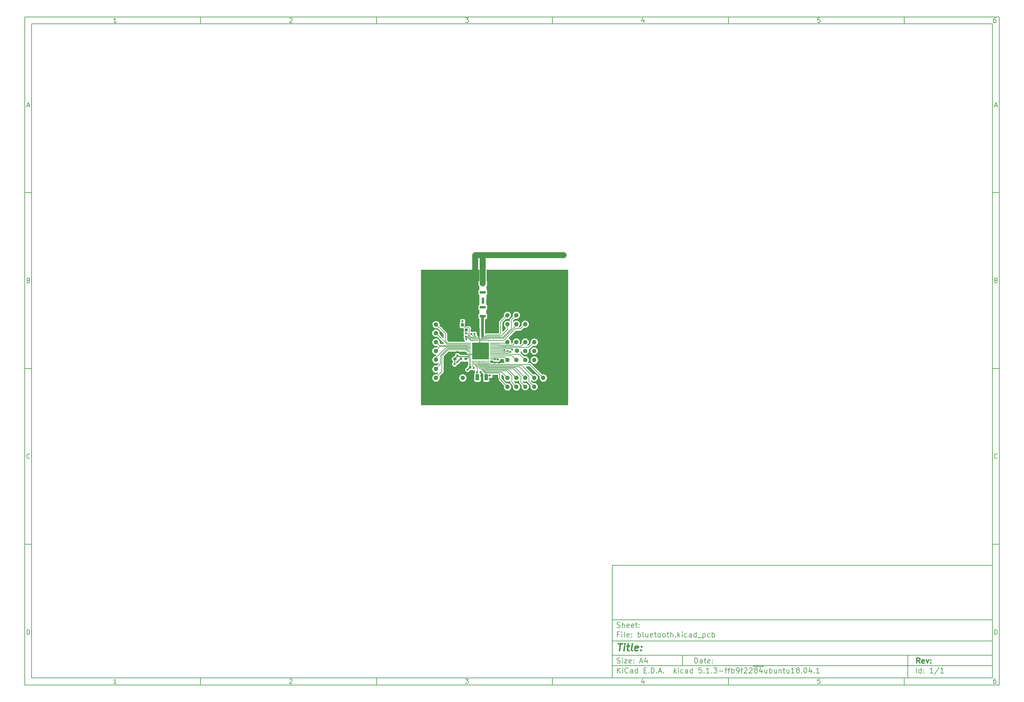
<source format=gbr>
%TF.GenerationSoftware,KiCad,Pcbnew,5.1.3-ffb9f22~84~ubuntu18.04.1*%
%TF.CreationDate,2019-07-25T20:13:38+03:00*%
%TF.ProjectId,bluetooth,626c7565-746f-46f7-9468-2e6b69636164,rev?*%
%TF.SameCoordinates,Original*%
%TF.FileFunction,Copper,L1,Top*%
%TF.FilePolarity,Positive*%
%FSLAX45Y45*%
G04 Gerber Fmt 4.5, Leading zero omitted, Abs format (unit mm)*
G04 Created by KiCad (PCBNEW 5.1.3-ffb9f22~84~ubuntu18.04.1) date 2019-07-25 20:13:38*
%MOMM*%
%LPD*%
G04 APERTURE LIST*
%ADD10C,0.100000*%
%ADD11C,0.150000*%
%ADD12C,0.300000*%
%ADD13C,0.400000*%
%TA.AperFunction,SMDPad,CuDef*%
%ADD14R,1.750000X0.800000*%
%TD*%
%TA.AperFunction,SMDPad,CuDef*%
%ADD15R,0.800000X1.750000*%
%TD*%
%TA.AperFunction,ComponentPad*%
%ADD16C,1.300000*%
%TD*%
%TA.AperFunction,SMDPad,CuDef*%
%ADD17O,0.200000X0.650000*%
%TD*%
%TA.AperFunction,SMDPad,CuDef*%
%ADD18O,0.650000X0.200000*%
%TD*%
%TA.AperFunction,SMDPad,CuDef*%
%ADD19R,4.700000X4.700000*%
%TD*%
%TA.AperFunction,SMDPad,CuDef*%
%ADD20R,0.500000X0.600000*%
%TD*%
%TA.AperFunction,SMDPad,CuDef*%
%ADD21C,0.750000*%
%TD*%
%TA.AperFunction,Conductor*%
%ADD22C,0.100000*%
%TD*%
%TA.AperFunction,SMDPad,CuDef*%
%ADD23C,0.500000*%
%TD*%
%TA.AperFunction,SMDPad,CuDef*%
%ADD24R,0.750000X0.800000*%
%TD*%
%TA.AperFunction,SMDPad,CuDef*%
%ADD25R,0.600000X0.500000*%
%TD*%
%TA.AperFunction,SMDPad,CuDef*%
%ADD26R,0.850000X0.950000*%
%TD*%
%TA.AperFunction,SMDPad,CuDef*%
%ADD27R,0.800000X0.750000*%
%TD*%
%TA.AperFunction,SMDPad,CuDef*%
%ADD28R,1.000000X1.800000*%
%TD*%
%TA.AperFunction,ViaPad*%
%ADD29C,0.609600*%
%TD*%
%TA.AperFunction,ViaPad*%
%ADD30C,0.400000*%
%TD*%
%TA.AperFunction,ViaPad*%
%ADD31C,0.660000*%
%TD*%
%TA.AperFunction,Conductor*%
%ADD32C,0.152400*%
%TD*%
%TA.AperFunction,Conductor*%
%ADD33C,0.762000*%
%TD*%
%TA.AperFunction,Conductor*%
%ADD34C,0.228600*%
%TD*%
%TA.AperFunction,Conductor*%
%ADD35C,0.508000*%
%TD*%
%TA.AperFunction,Conductor*%
%ADD36C,0.254000*%
%TD*%
%TA.AperFunction,Conductor*%
%ADD37C,0.381000*%
%TD*%
%TA.AperFunction,Conductor*%
%ADD38C,1.651000*%
%TD*%
%TA.AperFunction,Conductor*%
%ADD39C,0.203200*%
%TD*%
%TA.AperFunction,Conductor*%
%ADD40C,0.279400*%
%TD*%
%TA.AperFunction,Conductor*%
%ADD41C,0.025400*%
%TD*%
G04 APERTURE END LIST*
D10*
D11*
X17700220Y-16600720D02*
X17700220Y-19800720D01*
X28500220Y-19800720D01*
X28500220Y-16600720D01*
X17700220Y-16600720D01*
D10*
D11*
X1000000Y-1000000D02*
X1000000Y-20000720D01*
X28700220Y-20000720D01*
X28700220Y-1000000D01*
X1000000Y-1000000D01*
D10*
D11*
X1200000Y-1200000D02*
X1200000Y-19800720D01*
X28500220Y-19800720D01*
X28500220Y-1200000D01*
X1200000Y-1200000D01*
D10*
D11*
X6000000Y-1200000D02*
X6000000Y-1000000D01*
D10*
D11*
X11000000Y-1200000D02*
X11000000Y-1000000D01*
D10*
D11*
X16000000Y-1200000D02*
X16000000Y-1000000D01*
D10*
D11*
X21000000Y-1200000D02*
X21000000Y-1000000D01*
D10*
D11*
X26000000Y-1200000D02*
X26000000Y-1000000D01*
D10*
D11*
X3606548Y-1158810D02*
X3532262Y-1158810D01*
X3569405Y-1158810D02*
X3569405Y-1028809D01*
X3557024Y-1047381D01*
X3544643Y-1059762D01*
X3532262Y-1065952D01*
D10*
D11*
X8532262Y-1041190D02*
X8538452Y-1035000D01*
X8550833Y-1028809D01*
X8581786Y-1028809D01*
X8594167Y-1035000D01*
X8600357Y-1041190D01*
X8606548Y-1053571D01*
X8606548Y-1065952D01*
X8600357Y-1084524D01*
X8526071Y-1158810D01*
X8606548Y-1158810D01*
D10*
D11*
X13526071Y-1028809D02*
X13606548Y-1028809D01*
X13563214Y-1078333D01*
X13581786Y-1078333D01*
X13594167Y-1084524D01*
X13600357Y-1090714D01*
X13606548Y-1103095D01*
X13606548Y-1134048D01*
X13600357Y-1146429D01*
X13594167Y-1152619D01*
X13581786Y-1158810D01*
X13544643Y-1158810D01*
X13532262Y-1152619D01*
X13526071Y-1146429D01*
D10*
D11*
X18594167Y-1072143D02*
X18594167Y-1158810D01*
X18563214Y-1022619D02*
X18532262Y-1115476D01*
X18612738Y-1115476D01*
D10*
D11*
X23600357Y-1028809D02*
X23538452Y-1028809D01*
X23532262Y-1090714D01*
X23538452Y-1084524D01*
X23550833Y-1078333D01*
X23581786Y-1078333D01*
X23594167Y-1084524D01*
X23600357Y-1090714D01*
X23606548Y-1103095D01*
X23606548Y-1134048D01*
X23600357Y-1146429D01*
X23594167Y-1152619D01*
X23581786Y-1158810D01*
X23550833Y-1158810D01*
X23538452Y-1152619D01*
X23532262Y-1146429D01*
D10*
D11*
X28594167Y-1028809D02*
X28569405Y-1028809D01*
X28557024Y-1035000D01*
X28550833Y-1041190D01*
X28538452Y-1059762D01*
X28532262Y-1084524D01*
X28532262Y-1134048D01*
X28538452Y-1146429D01*
X28544643Y-1152619D01*
X28557024Y-1158810D01*
X28581786Y-1158810D01*
X28594167Y-1152619D01*
X28600357Y-1146429D01*
X28606548Y-1134048D01*
X28606548Y-1103095D01*
X28600357Y-1090714D01*
X28594167Y-1084524D01*
X28581786Y-1078333D01*
X28557024Y-1078333D01*
X28544643Y-1084524D01*
X28538452Y-1090714D01*
X28532262Y-1103095D01*
D10*
D11*
X6000000Y-19800720D02*
X6000000Y-20000720D01*
D10*
D11*
X11000000Y-19800720D02*
X11000000Y-20000720D01*
D10*
D11*
X16000000Y-19800720D02*
X16000000Y-20000720D01*
D10*
D11*
X21000000Y-19800720D02*
X21000000Y-20000720D01*
D10*
D11*
X26000000Y-19800720D02*
X26000000Y-20000720D01*
D10*
D11*
X3606548Y-19959530D02*
X3532262Y-19959530D01*
X3569405Y-19959530D02*
X3569405Y-19829530D01*
X3557024Y-19848101D01*
X3544643Y-19860482D01*
X3532262Y-19866672D01*
D10*
D11*
X8532262Y-19841910D02*
X8538452Y-19835720D01*
X8550833Y-19829530D01*
X8581786Y-19829530D01*
X8594167Y-19835720D01*
X8600357Y-19841910D01*
X8606548Y-19854291D01*
X8606548Y-19866672D01*
X8600357Y-19885244D01*
X8526071Y-19959530D01*
X8606548Y-19959530D01*
D10*
D11*
X13526071Y-19829530D02*
X13606548Y-19829530D01*
X13563214Y-19879053D01*
X13581786Y-19879053D01*
X13594167Y-19885244D01*
X13600357Y-19891434D01*
X13606548Y-19903815D01*
X13606548Y-19934768D01*
X13600357Y-19947149D01*
X13594167Y-19953339D01*
X13581786Y-19959530D01*
X13544643Y-19959530D01*
X13532262Y-19953339D01*
X13526071Y-19947149D01*
D10*
D11*
X18594167Y-19872863D02*
X18594167Y-19959530D01*
X18563214Y-19823339D02*
X18532262Y-19916196D01*
X18612738Y-19916196D01*
D10*
D11*
X23600357Y-19829530D02*
X23538452Y-19829530D01*
X23532262Y-19891434D01*
X23538452Y-19885244D01*
X23550833Y-19879053D01*
X23581786Y-19879053D01*
X23594167Y-19885244D01*
X23600357Y-19891434D01*
X23606548Y-19903815D01*
X23606548Y-19934768D01*
X23600357Y-19947149D01*
X23594167Y-19953339D01*
X23581786Y-19959530D01*
X23550833Y-19959530D01*
X23538452Y-19953339D01*
X23532262Y-19947149D01*
D10*
D11*
X28594167Y-19829530D02*
X28569405Y-19829530D01*
X28557024Y-19835720D01*
X28550833Y-19841910D01*
X28538452Y-19860482D01*
X28532262Y-19885244D01*
X28532262Y-19934768D01*
X28538452Y-19947149D01*
X28544643Y-19953339D01*
X28557024Y-19959530D01*
X28581786Y-19959530D01*
X28594167Y-19953339D01*
X28600357Y-19947149D01*
X28606548Y-19934768D01*
X28606548Y-19903815D01*
X28600357Y-19891434D01*
X28594167Y-19885244D01*
X28581786Y-19879053D01*
X28557024Y-19879053D01*
X28544643Y-19885244D01*
X28538452Y-19891434D01*
X28532262Y-19903815D01*
D10*
D11*
X1000000Y-6000000D02*
X1200000Y-6000000D01*
D10*
D11*
X1000000Y-11000000D02*
X1200000Y-11000000D01*
D10*
D11*
X1000000Y-16000000D02*
X1200000Y-16000000D01*
D10*
D11*
X1069048Y-3521667D02*
X1130952Y-3521667D01*
X1056667Y-3558809D02*
X1100000Y-3428809D01*
X1143333Y-3558809D01*
D10*
D11*
X1109286Y-8490714D02*
X1127857Y-8496905D01*
X1134048Y-8503095D01*
X1140238Y-8515476D01*
X1140238Y-8534048D01*
X1134048Y-8546429D01*
X1127857Y-8552619D01*
X1115476Y-8558810D01*
X1065952Y-8558810D01*
X1065952Y-8428810D01*
X1109286Y-8428810D01*
X1121667Y-8435000D01*
X1127857Y-8441190D01*
X1134048Y-8453571D01*
X1134048Y-8465952D01*
X1127857Y-8478333D01*
X1121667Y-8484524D01*
X1109286Y-8490714D01*
X1065952Y-8490714D01*
D10*
D11*
X1140238Y-13546428D02*
X1134048Y-13552619D01*
X1115476Y-13558809D01*
X1103095Y-13558809D01*
X1084524Y-13552619D01*
X1072143Y-13540238D01*
X1065952Y-13527857D01*
X1059762Y-13503095D01*
X1059762Y-13484524D01*
X1065952Y-13459762D01*
X1072143Y-13447381D01*
X1084524Y-13435000D01*
X1103095Y-13428809D01*
X1115476Y-13428809D01*
X1134048Y-13435000D01*
X1140238Y-13441190D01*
D10*
D11*
X1065952Y-18558810D02*
X1065952Y-18428810D01*
X1096905Y-18428810D01*
X1115476Y-18435000D01*
X1127857Y-18447381D01*
X1134048Y-18459762D01*
X1140238Y-18484524D01*
X1140238Y-18503095D01*
X1134048Y-18527857D01*
X1127857Y-18540238D01*
X1115476Y-18552619D01*
X1096905Y-18558810D01*
X1065952Y-18558810D01*
D10*
D11*
X28700220Y-6000000D02*
X28500220Y-6000000D01*
D10*
D11*
X28700220Y-11000000D02*
X28500220Y-11000000D01*
D10*
D11*
X28700220Y-16000000D02*
X28500220Y-16000000D01*
D10*
D11*
X28569268Y-3521667D02*
X28631172Y-3521667D01*
X28556887Y-3558809D02*
X28600220Y-3428809D01*
X28643553Y-3558809D01*
D10*
D11*
X28609506Y-8490714D02*
X28628077Y-8496905D01*
X28634268Y-8503095D01*
X28640458Y-8515476D01*
X28640458Y-8534048D01*
X28634268Y-8546429D01*
X28628077Y-8552619D01*
X28615696Y-8558810D01*
X28566172Y-8558810D01*
X28566172Y-8428810D01*
X28609506Y-8428810D01*
X28621887Y-8435000D01*
X28628077Y-8441190D01*
X28634268Y-8453571D01*
X28634268Y-8465952D01*
X28628077Y-8478333D01*
X28621887Y-8484524D01*
X28609506Y-8490714D01*
X28566172Y-8490714D01*
D10*
D11*
X28640458Y-13546428D02*
X28634268Y-13552619D01*
X28615696Y-13558809D01*
X28603315Y-13558809D01*
X28584744Y-13552619D01*
X28572363Y-13540238D01*
X28566172Y-13527857D01*
X28559982Y-13503095D01*
X28559982Y-13484524D01*
X28566172Y-13459762D01*
X28572363Y-13447381D01*
X28584744Y-13435000D01*
X28603315Y-13428809D01*
X28615696Y-13428809D01*
X28634268Y-13435000D01*
X28640458Y-13441190D01*
D10*
D11*
X28566172Y-18558810D02*
X28566172Y-18428810D01*
X28597125Y-18428810D01*
X28615696Y-18435000D01*
X28628077Y-18447381D01*
X28634268Y-18459762D01*
X28640458Y-18484524D01*
X28640458Y-18503095D01*
X28634268Y-18527857D01*
X28628077Y-18540238D01*
X28615696Y-18552619D01*
X28597125Y-18558810D01*
X28566172Y-18558810D01*
D10*
D11*
X20043434Y-19378577D02*
X20043434Y-19228577D01*
X20079149Y-19228577D01*
X20100577Y-19235720D01*
X20114863Y-19250006D01*
X20122006Y-19264291D01*
X20129149Y-19292863D01*
X20129149Y-19314291D01*
X20122006Y-19342863D01*
X20114863Y-19357149D01*
X20100577Y-19371434D01*
X20079149Y-19378577D01*
X20043434Y-19378577D01*
X20257720Y-19378577D02*
X20257720Y-19300006D01*
X20250577Y-19285720D01*
X20236291Y-19278577D01*
X20207720Y-19278577D01*
X20193434Y-19285720D01*
X20257720Y-19371434D02*
X20243434Y-19378577D01*
X20207720Y-19378577D01*
X20193434Y-19371434D01*
X20186291Y-19357149D01*
X20186291Y-19342863D01*
X20193434Y-19328577D01*
X20207720Y-19321434D01*
X20243434Y-19321434D01*
X20257720Y-19314291D01*
X20307720Y-19278577D02*
X20364863Y-19278577D01*
X20329149Y-19228577D02*
X20329149Y-19357149D01*
X20336291Y-19371434D01*
X20350577Y-19378577D01*
X20364863Y-19378577D01*
X20472006Y-19371434D02*
X20457720Y-19378577D01*
X20429149Y-19378577D01*
X20414863Y-19371434D01*
X20407720Y-19357149D01*
X20407720Y-19300006D01*
X20414863Y-19285720D01*
X20429149Y-19278577D01*
X20457720Y-19278577D01*
X20472006Y-19285720D01*
X20479149Y-19300006D01*
X20479149Y-19314291D01*
X20407720Y-19328577D01*
X20543434Y-19364291D02*
X20550577Y-19371434D01*
X20543434Y-19378577D01*
X20536291Y-19371434D01*
X20543434Y-19364291D01*
X20543434Y-19378577D01*
X20543434Y-19285720D02*
X20550577Y-19292863D01*
X20543434Y-19300006D01*
X20536291Y-19292863D01*
X20543434Y-19285720D01*
X20543434Y-19300006D01*
D10*
D11*
X17700220Y-19450720D02*
X28500220Y-19450720D01*
D10*
D11*
X17843434Y-19658577D02*
X17843434Y-19508577D01*
X17929149Y-19658577D02*
X17864863Y-19572863D01*
X17929149Y-19508577D02*
X17843434Y-19594291D01*
X17993434Y-19658577D02*
X17993434Y-19558577D01*
X17993434Y-19508577D02*
X17986291Y-19515720D01*
X17993434Y-19522863D01*
X18000577Y-19515720D01*
X17993434Y-19508577D01*
X17993434Y-19522863D01*
X18150577Y-19644291D02*
X18143434Y-19651434D01*
X18122006Y-19658577D01*
X18107720Y-19658577D01*
X18086291Y-19651434D01*
X18072006Y-19637149D01*
X18064863Y-19622863D01*
X18057720Y-19594291D01*
X18057720Y-19572863D01*
X18064863Y-19544291D01*
X18072006Y-19530006D01*
X18086291Y-19515720D01*
X18107720Y-19508577D01*
X18122006Y-19508577D01*
X18143434Y-19515720D01*
X18150577Y-19522863D01*
X18279149Y-19658577D02*
X18279149Y-19580006D01*
X18272006Y-19565720D01*
X18257720Y-19558577D01*
X18229149Y-19558577D01*
X18214863Y-19565720D01*
X18279149Y-19651434D02*
X18264863Y-19658577D01*
X18229149Y-19658577D01*
X18214863Y-19651434D01*
X18207720Y-19637149D01*
X18207720Y-19622863D01*
X18214863Y-19608577D01*
X18229149Y-19601434D01*
X18264863Y-19601434D01*
X18279149Y-19594291D01*
X18414863Y-19658577D02*
X18414863Y-19508577D01*
X18414863Y-19651434D02*
X18400577Y-19658577D01*
X18372006Y-19658577D01*
X18357720Y-19651434D01*
X18350577Y-19644291D01*
X18343434Y-19630006D01*
X18343434Y-19587149D01*
X18350577Y-19572863D01*
X18357720Y-19565720D01*
X18372006Y-19558577D01*
X18400577Y-19558577D01*
X18414863Y-19565720D01*
X18600577Y-19580006D02*
X18650577Y-19580006D01*
X18672006Y-19658577D02*
X18600577Y-19658577D01*
X18600577Y-19508577D01*
X18672006Y-19508577D01*
X18736291Y-19644291D02*
X18743434Y-19651434D01*
X18736291Y-19658577D01*
X18729149Y-19651434D01*
X18736291Y-19644291D01*
X18736291Y-19658577D01*
X18807720Y-19658577D02*
X18807720Y-19508577D01*
X18843434Y-19508577D01*
X18864863Y-19515720D01*
X18879149Y-19530006D01*
X18886291Y-19544291D01*
X18893434Y-19572863D01*
X18893434Y-19594291D01*
X18886291Y-19622863D01*
X18879149Y-19637149D01*
X18864863Y-19651434D01*
X18843434Y-19658577D01*
X18807720Y-19658577D01*
X18957720Y-19644291D02*
X18964863Y-19651434D01*
X18957720Y-19658577D01*
X18950577Y-19651434D01*
X18957720Y-19644291D01*
X18957720Y-19658577D01*
X19022006Y-19615720D02*
X19093434Y-19615720D01*
X19007720Y-19658577D02*
X19057720Y-19508577D01*
X19107720Y-19658577D01*
X19157720Y-19644291D02*
X19164863Y-19651434D01*
X19157720Y-19658577D01*
X19150577Y-19651434D01*
X19157720Y-19644291D01*
X19157720Y-19658577D01*
X19457720Y-19658577D02*
X19457720Y-19508577D01*
X19472006Y-19601434D02*
X19514863Y-19658577D01*
X19514863Y-19558577D02*
X19457720Y-19615720D01*
X19579149Y-19658577D02*
X19579149Y-19558577D01*
X19579149Y-19508577D02*
X19572006Y-19515720D01*
X19579149Y-19522863D01*
X19586291Y-19515720D01*
X19579149Y-19508577D01*
X19579149Y-19522863D01*
X19714863Y-19651434D02*
X19700577Y-19658577D01*
X19672006Y-19658577D01*
X19657720Y-19651434D01*
X19650577Y-19644291D01*
X19643434Y-19630006D01*
X19643434Y-19587149D01*
X19650577Y-19572863D01*
X19657720Y-19565720D01*
X19672006Y-19558577D01*
X19700577Y-19558577D01*
X19714863Y-19565720D01*
X19843434Y-19658577D02*
X19843434Y-19580006D01*
X19836291Y-19565720D01*
X19822006Y-19558577D01*
X19793434Y-19558577D01*
X19779149Y-19565720D01*
X19843434Y-19651434D02*
X19829149Y-19658577D01*
X19793434Y-19658577D01*
X19779149Y-19651434D01*
X19772006Y-19637149D01*
X19772006Y-19622863D01*
X19779149Y-19608577D01*
X19793434Y-19601434D01*
X19829149Y-19601434D01*
X19843434Y-19594291D01*
X19979149Y-19658577D02*
X19979149Y-19508577D01*
X19979149Y-19651434D02*
X19964863Y-19658577D01*
X19936291Y-19658577D01*
X19922006Y-19651434D01*
X19914863Y-19644291D01*
X19907720Y-19630006D01*
X19907720Y-19587149D01*
X19914863Y-19572863D01*
X19922006Y-19565720D01*
X19936291Y-19558577D01*
X19964863Y-19558577D01*
X19979149Y-19565720D01*
X20236291Y-19508577D02*
X20164863Y-19508577D01*
X20157720Y-19580006D01*
X20164863Y-19572863D01*
X20179149Y-19565720D01*
X20214863Y-19565720D01*
X20229149Y-19572863D01*
X20236291Y-19580006D01*
X20243434Y-19594291D01*
X20243434Y-19630006D01*
X20236291Y-19644291D01*
X20229149Y-19651434D01*
X20214863Y-19658577D01*
X20179149Y-19658577D01*
X20164863Y-19651434D01*
X20157720Y-19644291D01*
X20307720Y-19644291D02*
X20314863Y-19651434D01*
X20307720Y-19658577D01*
X20300577Y-19651434D01*
X20307720Y-19644291D01*
X20307720Y-19658577D01*
X20457720Y-19658577D02*
X20372006Y-19658577D01*
X20414863Y-19658577D02*
X20414863Y-19508577D01*
X20400577Y-19530006D01*
X20386291Y-19544291D01*
X20372006Y-19551434D01*
X20522006Y-19644291D02*
X20529149Y-19651434D01*
X20522006Y-19658577D01*
X20514863Y-19651434D01*
X20522006Y-19644291D01*
X20522006Y-19658577D01*
X20579149Y-19508577D02*
X20672006Y-19508577D01*
X20622006Y-19565720D01*
X20643434Y-19565720D01*
X20657720Y-19572863D01*
X20664863Y-19580006D01*
X20672006Y-19594291D01*
X20672006Y-19630006D01*
X20664863Y-19644291D01*
X20657720Y-19651434D01*
X20643434Y-19658577D01*
X20600577Y-19658577D01*
X20586291Y-19651434D01*
X20579149Y-19644291D01*
X20736291Y-19601434D02*
X20850577Y-19601434D01*
X20900577Y-19558577D02*
X20957720Y-19558577D01*
X20922006Y-19658577D02*
X20922006Y-19530006D01*
X20929149Y-19515720D01*
X20943434Y-19508577D01*
X20957720Y-19508577D01*
X20986291Y-19558577D02*
X21043434Y-19558577D01*
X21007720Y-19658577D02*
X21007720Y-19530006D01*
X21014863Y-19515720D01*
X21029149Y-19508577D01*
X21043434Y-19508577D01*
X21093434Y-19658577D02*
X21093434Y-19508577D01*
X21093434Y-19565720D02*
X21107720Y-19558577D01*
X21136291Y-19558577D01*
X21150577Y-19565720D01*
X21157720Y-19572863D01*
X21164863Y-19587149D01*
X21164863Y-19630006D01*
X21157720Y-19644291D01*
X21150577Y-19651434D01*
X21136291Y-19658577D01*
X21107720Y-19658577D01*
X21093434Y-19651434D01*
X21236291Y-19658577D02*
X21264863Y-19658577D01*
X21279149Y-19651434D01*
X21286291Y-19644291D01*
X21300577Y-19622863D01*
X21307720Y-19594291D01*
X21307720Y-19537149D01*
X21300577Y-19522863D01*
X21293434Y-19515720D01*
X21279149Y-19508577D01*
X21250577Y-19508577D01*
X21236291Y-19515720D01*
X21229149Y-19522863D01*
X21222006Y-19537149D01*
X21222006Y-19572863D01*
X21229149Y-19587149D01*
X21236291Y-19594291D01*
X21250577Y-19601434D01*
X21279149Y-19601434D01*
X21293434Y-19594291D01*
X21300577Y-19587149D01*
X21307720Y-19572863D01*
X21350577Y-19558577D02*
X21407720Y-19558577D01*
X21372006Y-19658577D02*
X21372006Y-19530006D01*
X21379149Y-19515720D01*
X21393434Y-19508577D01*
X21407720Y-19508577D01*
X21450577Y-19522863D02*
X21457720Y-19515720D01*
X21472006Y-19508577D01*
X21507720Y-19508577D01*
X21522006Y-19515720D01*
X21529149Y-19522863D01*
X21536291Y-19537149D01*
X21536291Y-19551434D01*
X21529149Y-19572863D01*
X21443434Y-19658577D01*
X21536291Y-19658577D01*
X21593434Y-19522863D02*
X21600577Y-19515720D01*
X21614863Y-19508577D01*
X21650577Y-19508577D01*
X21664863Y-19515720D01*
X21672006Y-19522863D01*
X21679149Y-19537149D01*
X21679149Y-19551434D01*
X21672006Y-19572863D01*
X21586291Y-19658577D01*
X21679149Y-19658577D01*
X21707720Y-19467720D02*
X21850577Y-19467720D01*
X21764863Y-19572863D02*
X21750577Y-19565720D01*
X21743434Y-19558577D01*
X21736291Y-19544291D01*
X21736291Y-19537149D01*
X21743434Y-19522863D01*
X21750577Y-19515720D01*
X21764863Y-19508577D01*
X21793434Y-19508577D01*
X21807720Y-19515720D01*
X21814863Y-19522863D01*
X21822006Y-19537149D01*
X21822006Y-19544291D01*
X21814863Y-19558577D01*
X21807720Y-19565720D01*
X21793434Y-19572863D01*
X21764863Y-19572863D01*
X21750577Y-19580006D01*
X21743434Y-19587149D01*
X21736291Y-19601434D01*
X21736291Y-19630006D01*
X21743434Y-19644291D01*
X21750577Y-19651434D01*
X21764863Y-19658577D01*
X21793434Y-19658577D01*
X21807720Y-19651434D01*
X21814863Y-19644291D01*
X21822006Y-19630006D01*
X21822006Y-19601434D01*
X21814863Y-19587149D01*
X21807720Y-19580006D01*
X21793434Y-19572863D01*
X21850577Y-19467720D02*
X21993434Y-19467720D01*
X21950577Y-19558577D02*
X21950577Y-19658577D01*
X21914863Y-19501434D02*
X21879149Y-19608577D01*
X21972006Y-19608577D01*
X22093434Y-19558577D02*
X22093434Y-19658577D01*
X22029149Y-19558577D02*
X22029149Y-19637149D01*
X22036291Y-19651434D01*
X22050577Y-19658577D01*
X22072006Y-19658577D01*
X22086291Y-19651434D01*
X22093434Y-19644291D01*
X22164863Y-19658577D02*
X22164863Y-19508577D01*
X22164863Y-19565720D02*
X22179149Y-19558577D01*
X22207720Y-19558577D01*
X22222006Y-19565720D01*
X22229149Y-19572863D01*
X22236291Y-19587149D01*
X22236291Y-19630006D01*
X22229149Y-19644291D01*
X22222006Y-19651434D01*
X22207720Y-19658577D01*
X22179149Y-19658577D01*
X22164863Y-19651434D01*
X22364863Y-19558577D02*
X22364863Y-19658577D01*
X22300577Y-19558577D02*
X22300577Y-19637149D01*
X22307720Y-19651434D01*
X22322006Y-19658577D01*
X22343434Y-19658577D01*
X22357720Y-19651434D01*
X22364863Y-19644291D01*
X22436291Y-19558577D02*
X22436291Y-19658577D01*
X22436291Y-19572863D02*
X22443434Y-19565720D01*
X22457720Y-19558577D01*
X22479148Y-19558577D01*
X22493434Y-19565720D01*
X22500577Y-19580006D01*
X22500577Y-19658577D01*
X22550577Y-19558577D02*
X22607720Y-19558577D01*
X22572006Y-19508577D02*
X22572006Y-19637149D01*
X22579148Y-19651434D01*
X22593434Y-19658577D01*
X22607720Y-19658577D01*
X22722006Y-19558577D02*
X22722006Y-19658577D01*
X22657720Y-19558577D02*
X22657720Y-19637149D01*
X22664863Y-19651434D01*
X22679148Y-19658577D01*
X22700577Y-19658577D01*
X22714863Y-19651434D01*
X22722006Y-19644291D01*
X22872006Y-19658577D02*
X22786291Y-19658577D01*
X22829148Y-19658577D02*
X22829148Y-19508577D01*
X22814863Y-19530006D01*
X22800577Y-19544291D01*
X22786291Y-19551434D01*
X22957720Y-19572863D02*
X22943434Y-19565720D01*
X22936291Y-19558577D01*
X22929148Y-19544291D01*
X22929148Y-19537149D01*
X22936291Y-19522863D01*
X22943434Y-19515720D01*
X22957720Y-19508577D01*
X22986291Y-19508577D01*
X23000577Y-19515720D01*
X23007720Y-19522863D01*
X23014863Y-19537149D01*
X23014863Y-19544291D01*
X23007720Y-19558577D01*
X23000577Y-19565720D01*
X22986291Y-19572863D01*
X22957720Y-19572863D01*
X22943434Y-19580006D01*
X22936291Y-19587149D01*
X22929148Y-19601434D01*
X22929148Y-19630006D01*
X22936291Y-19644291D01*
X22943434Y-19651434D01*
X22957720Y-19658577D01*
X22986291Y-19658577D01*
X23000577Y-19651434D01*
X23007720Y-19644291D01*
X23014863Y-19630006D01*
X23014863Y-19601434D01*
X23007720Y-19587149D01*
X23000577Y-19580006D01*
X22986291Y-19572863D01*
X23079148Y-19644291D02*
X23086291Y-19651434D01*
X23079148Y-19658577D01*
X23072006Y-19651434D01*
X23079148Y-19644291D01*
X23079148Y-19658577D01*
X23179148Y-19508577D02*
X23193434Y-19508577D01*
X23207720Y-19515720D01*
X23214863Y-19522863D01*
X23222006Y-19537149D01*
X23229148Y-19565720D01*
X23229148Y-19601434D01*
X23222006Y-19630006D01*
X23214863Y-19644291D01*
X23207720Y-19651434D01*
X23193434Y-19658577D01*
X23179148Y-19658577D01*
X23164863Y-19651434D01*
X23157720Y-19644291D01*
X23150577Y-19630006D01*
X23143434Y-19601434D01*
X23143434Y-19565720D01*
X23150577Y-19537149D01*
X23157720Y-19522863D01*
X23164863Y-19515720D01*
X23179148Y-19508577D01*
X23357720Y-19558577D02*
X23357720Y-19658577D01*
X23322006Y-19501434D02*
X23286291Y-19608577D01*
X23379148Y-19608577D01*
X23436291Y-19644291D02*
X23443434Y-19651434D01*
X23436291Y-19658577D01*
X23429148Y-19651434D01*
X23436291Y-19644291D01*
X23436291Y-19658577D01*
X23586291Y-19658577D02*
X23500577Y-19658577D01*
X23543434Y-19658577D02*
X23543434Y-19508577D01*
X23529148Y-19530006D01*
X23514863Y-19544291D01*
X23500577Y-19551434D01*
D10*
D11*
X17700220Y-19150720D02*
X28500220Y-19150720D01*
D10*
D12*
X26441148Y-19378577D02*
X26391148Y-19307149D01*
X26355434Y-19378577D02*
X26355434Y-19228577D01*
X26412577Y-19228577D01*
X26426863Y-19235720D01*
X26434006Y-19242863D01*
X26441148Y-19257149D01*
X26441148Y-19278577D01*
X26434006Y-19292863D01*
X26426863Y-19300006D01*
X26412577Y-19307149D01*
X26355434Y-19307149D01*
X26562577Y-19371434D02*
X26548291Y-19378577D01*
X26519720Y-19378577D01*
X26505434Y-19371434D01*
X26498291Y-19357149D01*
X26498291Y-19300006D01*
X26505434Y-19285720D01*
X26519720Y-19278577D01*
X26548291Y-19278577D01*
X26562577Y-19285720D01*
X26569720Y-19300006D01*
X26569720Y-19314291D01*
X26498291Y-19328577D01*
X26619720Y-19278577D02*
X26655434Y-19378577D01*
X26691148Y-19278577D01*
X26748291Y-19364291D02*
X26755434Y-19371434D01*
X26748291Y-19378577D01*
X26741148Y-19371434D01*
X26748291Y-19364291D01*
X26748291Y-19378577D01*
X26748291Y-19285720D02*
X26755434Y-19292863D01*
X26748291Y-19300006D01*
X26741148Y-19292863D01*
X26748291Y-19285720D01*
X26748291Y-19300006D01*
D10*
D11*
X17836291Y-19371434D02*
X17857720Y-19378577D01*
X17893434Y-19378577D01*
X17907720Y-19371434D01*
X17914863Y-19364291D01*
X17922006Y-19350006D01*
X17922006Y-19335720D01*
X17914863Y-19321434D01*
X17907720Y-19314291D01*
X17893434Y-19307149D01*
X17864863Y-19300006D01*
X17850577Y-19292863D01*
X17843434Y-19285720D01*
X17836291Y-19271434D01*
X17836291Y-19257149D01*
X17843434Y-19242863D01*
X17850577Y-19235720D01*
X17864863Y-19228577D01*
X17900577Y-19228577D01*
X17922006Y-19235720D01*
X17986291Y-19378577D02*
X17986291Y-19278577D01*
X17986291Y-19228577D02*
X17979149Y-19235720D01*
X17986291Y-19242863D01*
X17993434Y-19235720D01*
X17986291Y-19228577D01*
X17986291Y-19242863D01*
X18043434Y-19278577D02*
X18122006Y-19278577D01*
X18043434Y-19378577D01*
X18122006Y-19378577D01*
X18236291Y-19371434D02*
X18222006Y-19378577D01*
X18193434Y-19378577D01*
X18179149Y-19371434D01*
X18172006Y-19357149D01*
X18172006Y-19300006D01*
X18179149Y-19285720D01*
X18193434Y-19278577D01*
X18222006Y-19278577D01*
X18236291Y-19285720D01*
X18243434Y-19300006D01*
X18243434Y-19314291D01*
X18172006Y-19328577D01*
X18307720Y-19364291D02*
X18314863Y-19371434D01*
X18307720Y-19378577D01*
X18300577Y-19371434D01*
X18307720Y-19364291D01*
X18307720Y-19378577D01*
X18307720Y-19285720D02*
X18314863Y-19292863D01*
X18307720Y-19300006D01*
X18300577Y-19292863D01*
X18307720Y-19285720D01*
X18307720Y-19300006D01*
X18486291Y-19335720D02*
X18557720Y-19335720D01*
X18472006Y-19378577D02*
X18522006Y-19228577D01*
X18572006Y-19378577D01*
X18686291Y-19278577D02*
X18686291Y-19378577D01*
X18650577Y-19221434D02*
X18614863Y-19328577D01*
X18707720Y-19328577D01*
D10*
D11*
X26343434Y-19658577D02*
X26343434Y-19508577D01*
X26479148Y-19658577D02*
X26479148Y-19508577D01*
X26479148Y-19651434D02*
X26464863Y-19658577D01*
X26436291Y-19658577D01*
X26422006Y-19651434D01*
X26414863Y-19644291D01*
X26407720Y-19630006D01*
X26407720Y-19587149D01*
X26414863Y-19572863D01*
X26422006Y-19565720D01*
X26436291Y-19558577D01*
X26464863Y-19558577D01*
X26479148Y-19565720D01*
X26550577Y-19644291D02*
X26557720Y-19651434D01*
X26550577Y-19658577D01*
X26543434Y-19651434D01*
X26550577Y-19644291D01*
X26550577Y-19658577D01*
X26550577Y-19565720D02*
X26557720Y-19572863D01*
X26550577Y-19580006D01*
X26543434Y-19572863D01*
X26550577Y-19565720D01*
X26550577Y-19580006D01*
X26814863Y-19658577D02*
X26729148Y-19658577D01*
X26772006Y-19658577D02*
X26772006Y-19508577D01*
X26757720Y-19530006D01*
X26743434Y-19544291D01*
X26729148Y-19551434D01*
X26986291Y-19501434D02*
X26857720Y-19694291D01*
X27114863Y-19658577D02*
X27029148Y-19658577D01*
X27072006Y-19658577D02*
X27072006Y-19508577D01*
X27057720Y-19530006D01*
X27043434Y-19544291D01*
X27029148Y-19551434D01*
D10*
D11*
X17700220Y-18750720D02*
X28500220Y-18750720D01*
D10*
D13*
X17871458Y-18821196D02*
X17985744Y-18821196D01*
X17903601Y-19021196D02*
X17928601Y-18821196D01*
X18027410Y-19021196D02*
X18044077Y-18887863D01*
X18052410Y-18821196D02*
X18041696Y-18830720D01*
X18050030Y-18840244D01*
X18060744Y-18830720D01*
X18052410Y-18821196D01*
X18050030Y-18840244D01*
X18110744Y-18887863D02*
X18186934Y-18887863D01*
X18147649Y-18821196D02*
X18126220Y-18992625D01*
X18133363Y-19011672D01*
X18151220Y-19021196D01*
X18170268Y-19021196D01*
X18265506Y-19021196D02*
X18247649Y-19011672D01*
X18240506Y-18992625D01*
X18261934Y-18821196D01*
X18419077Y-19011672D02*
X18398839Y-19021196D01*
X18360744Y-19021196D01*
X18342887Y-19011672D01*
X18335744Y-18992625D01*
X18345268Y-18916434D01*
X18357172Y-18897387D01*
X18377410Y-18887863D01*
X18415506Y-18887863D01*
X18433363Y-18897387D01*
X18440506Y-18916434D01*
X18438125Y-18935482D01*
X18340506Y-18954530D01*
X18515506Y-19002149D02*
X18523839Y-19011672D01*
X18513125Y-19021196D01*
X18504791Y-19011672D01*
X18515506Y-19002149D01*
X18513125Y-19021196D01*
X18528601Y-18897387D02*
X18536934Y-18906910D01*
X18526220Y-18916434D01*
X18517887Y-18906910D01*
X18528601Y-18897387D01*
X18526220Y-18916434D01*
D10*
D11*
X17893434Y-18560006D02*
X17843434Y-18560006D01*
X17843434Y-18638577D02*
X17843434Y-18488577D01*
X17914863Y-18488577D01*
X17972006Y-18638577D02*
X17972006Y-18538577D01*
X17972006Y-18488577D02*
X17964863Y-18495720D01*
X17972006Y-18502863D01*
X17979149Y-18495720D01*
X17972006Y-18488577D01*
X17972006Y-18502863D01*
X18064863Y-18638577D02*
X18050577Y-18631434D01*
X18043434Y-18617149D01*
X18043434Y-18488577D01*
X18179149Y-18631434D02*
X18164863Y-18638577D01*
X18136291Y-18638577D01*
X18122006Y-18631434D01*
X18114863Y-18617149D01*
X18114863Y-18560006D01*
X18122006Y-18545720D01*
X18136291Y-18538577D01*
X18164863Y-18538577D01*
X18179149Y-18545720D01*
X18186291Y-18560006D01*
X18186291Y-18574291D01*
X18114863Y-18588577D01*
X18250577Y-18624291D02*
X18257720Y-18631434D01*
X18250577Y-18638577D01*
X18243434Y-18631434D01*
X18250577Y-18624291D01*
X18250577Y-18638577D01*
X18250577Y-18545720D02*
X18257720Y-18552863D01*
X18250577Y-18560006D01*
X18243434Y-18552863D01*
X18250577Y-18545720D01*
X18250577Y-18560006D01*
X18436291Y-18638577D02*
X18436291Y-18488577D01*
X18436291Y-18545720D02*
X18450577Y-18538577D01*
X18479149Y-18538577D01*
X18493434Y-18545720D01*
X18500577Y-18552863D01*
X18507720Y-18567149D01*
X18507720Y-18610006D01*
X18500577Y-18624291D01*
X18493434Y-18631434D01*
X18479149Y-18638577D01*
X18450577Y-18638577D01*
X18436291Y-18631434D01*
X18593434Y-18638577D02*
X18579149Y-18631434D01*
X18572006Y-18617149D01*
X18572006Y-18488577D01*
X18714863Y-18538577D02*
X18714863Y-18638577D01*
X18650577Y-18538577D02*
X18650577Y-18617149D01*
X18657720Y-18631434D01*
X18672006Y-18638577D01*
X18693434Y-18638577D01*
X18707720Y-18631434D01*
X18714863Y-18624291D01*
X18843434Y-18631434D02*
X18829149Y-18638577D01*
X18800577Y-18638577D01*
X18786291Y-18631434D01*
X18779149Y-18617149D01*
X18779149Y-18560006D01*
X18786291Y-18545720D01*
X18800577Y-18538577D01*
X18829149Y-18538577D01*
X18843434Y-18545720D01*
X18850577Y-18560006D01*
X18850577Y-18574291D01*
X18779149Y-18588577D01*
X18893434Y-18538577D02*
X18950577Y-18538577D01*
X18914863Y-18488577D02*
X18914863Y-18617149D01*
X18922006Y-18631434D01*
X18936291Y-18638577D01*
X18950577Y-18638577D01*
X19022006Y-18638577D02*
X19007720Y-18631434D01*
X19000577Y-18624291D01*
X18993434Y-18610006D01*
X18993434Y-18567149D01*
X19000577Y-18552863D01*
X19007720Y-18545720D01*
X19022006Y-18538577D01*
X19043434Y-18538577D01*
X19057720Y-18545720D01*
X19064863Y-18552863D01*
X19072006Y-18567149D01*
X19072006Y-18610006D01*
X19064863Y-18624291D01*
X19057720Y-18631434D01*
X19043434Y-18638577D01*
X19022006Y-18638577D01*
X19157720Y-18638577D02*
X19143434Y-18631434D01*
X19136291Y-18624291D01*
X19129149Y-18610006D01*
X19129149Y-18567149D01*
X19136291Y-18552863D01*
X19143434Y-18545720D01*
X19157720Y-18538577D01*
X19179149Y-18538577D01*
X19193434Y-18545720D01*
X19200577Y-18552863D01*
X19207720Y-18567149D01*
X19207720Y-18610006D01*
X19200577Y-18624291D01*
X19193434Y-18631434D01*
X19179149Y-18638577D01*
X19157720Y-18638577D01*
X19250577Y-18538577D02*
X19307720Y-18538577D01*
X19272006Y-18488577D02*
X19272006Y-18617149D01*
X19279149Y-18631434D01*
X19293434Y-18638577D01*
X19307720Y-18638577D01*
X19357720Y-18638577D02*
X19357720Y-18488577D01*
X19422006Y-18638577D02*
X19422006Y-18560006D01*
X19414863Y-18545720D01*
X19400577Y-18538577D01*
X19379149Y-18538577D01*
X19364863Y-18545720D01*
X19357720Y-18552863D01*
X19493434Y-18624291D02*
X19500577Y-18631434D01*
X19493434Y-18638577D01*
X19486291Y-18631434D01*
X19493434Y-18624291D01*
X19493434Y-18638577D01*
X19564863Y-18638577D02*
X19564863Y-18488577D01*
X19579149Y-18581434D02*
X19622006Y-18638577D01*
X19622006Y-18538577D02*
X19564863Y-18595720D01*
X19686291Y-18638577D02*
X19686291Y-18538577D01*
X19686291Y-18488577D02*
X19679149Y-18495720D01*
X19686291Y-18502863D01*
X19693434Y-18495720D01*
X19686291Y-18488577D01*
X19686291Y-18502863D01*
X19822006Y-18631434D02*
X19807720Y-18638577D01*
X19779149Y-18638577D01*
X19764863Y-18631434D01*
X19757720Y-18624291D01*
X19750577Y-18610006D01*
X19750577Y-18567149D01*
X19757720Y-18552863D01*
X19764863Y-18545720D01*
X19779149Y-18538577D01*
X19807720Y-18538577D01*
X19822006Y-18545720D01*
X19950577Y-18638577D02*
X19950577Y-18560006D01*
X19943434Y-18545720D01*
X19929149Y-18538577D01*
X19900577Y-18538577D01*
X19886291Y-18545720D01*
X19950577Y-18631434D02*
X19936291Y-18638577D01*
X19900577Y-18638577D01*
X19886291Y-18631434D01*
X19879149Y-18617149D01*
X19879149Y-18602863D01*
X19886291Y-18588577D01*
X19900577Y-18581434D01*
X19936291Y-18581434D01*
X19950577Y-18574291D01*
X20086291Y-18638577D02*
X20086291Y-18488577D01*
X20086291Y-18631434D02*
X20072006Y-18638577D01*
X20043434Y-18638577D01*
X20029149Y-18631434D01*
X20022006Y-18624291D01*
X20014863Y-18610006D01*
X20014863Y-18567149D01*
X20022006Y-18552863D01*
X20029149Y-18545720D01*
X20043434Y-18538577D01*
X20072006Y-18538577D01*
X20086291Y-18545720D01*
X20122006Y-18652863D02*
X20236291Y-18652863D01*
X20272006Y-18538577D02*
X20272006Y-18688577D01*
X20272006Y-18545720D02*
X20286291Y-18538577D01*
X20314863Y-18538577D01*
X20329149Y-18545720D01*
X20336291Y-18552863D01*
X20343434Y-18567149D01*
X20343434Y-18610006D01*
X20336291Y-18624291D01*
X20329149Y-18631434D01*
X20314863Y-18638577D01*
X20286291Y-18638577D01*
X20272006Y-18631434D01*
X20472006Y-18631434D02*
X20457720Y-18638577D01*
X20429149Y-18638577D01*
X20414863Y-18631434D01*
X20407720Y-18624291D01*
X20400577Y-18610006D01*
X20400577Y-18567149D01*
X20407720Y-18552863D01*
X20414863Y-18545720D01*
X20429149Y-18538577D01*
X20457720Y-18538577D01*
X20472006Y-18545720D01*
X20536291Y-18638577D02*
X20536291Y-18488577D01*
X20536291Y-18545720D02*
X20550577Y-18538577D01*
X20579149Y-18538577D01*
X20593434Y-18545720D01*
X20600577Y-18552863D01*
X20607720Y-18567149D01*
X20607720Y-18610006D01*
X20600577Y-18624291D01*
X20593434Y-18631434D01*
X20579149Y-18638577D01*
X20550577Y-18638577D01*
X20536291Y-18631434D01*
D10*
D11*
X17700220Y-18150720D02*
X28500220Y-18150720D01*
D10*
D11*
X17836291Y-18361434D02*
X17857720Y-18368577D01*
X17893434Y-18368577D01*
X17907720Y-18361434D01*
X17914863Y-18354291D01*
X17922006Y-18340006D01*
X17922006Y-18325720D01*
X17914863Y-18311434D01*
X17907720Y-18304291D01*
X17893434Y-18297149D01*
X17864863Y-18290006D01*
X17850577Y-18282863D01*
X17843434Y-18275720D01*
X17836291Y-18261434D01*
X17836291Y-18247149D01*
X17843434Y-18232863D01*
X17850577Y-18225720D01*
X17864863Y-18218577D01*
X17900577Y-18218577D01*
X17922006Y-18225720D01*
X17986291Y-18368577D02*
X17986291Y-18218577D01*
X18050577Y-18368577D02*
X18050577Y-18290006D01*
X18043434Y-18275720D01*
X18029149Y-18268577D01*
X18007720Y-18268577D01*
X17993434Y-18275720D01*
X17986291Y-18282863D01*
X18179149Y-18361434D02*
X18164863Y-18368577D01*
X18136291Y-18368577D01*
X18122006Y-18361434D01*
X18114863Y-18347149D01*
X18114863Y-18290006D01*
X18122006Y-18275720D01*
X18136291Y-18268577D01*
X18164863Y-18268577D01*
X18179149Y-18275720D01*
X18186291Y-18290006D01*
X18186291Y-18304291D01*
X18114863Y-18318577D01*
X18307720Y-18361434D02*
X18293434Y-18368577D01*
X18264863Y-18368577D01*
X18250577Y-18361434D01*
X18243434Y-18347149D01*
X18243434Y-18290006D01*
X18250577Y-18275720D01*
X18264863Y-18268577D01*
X18293434Y-18268577D01*
X18307720Y-18275720D01*
X18314863Y-18290006D01*
X18314863Y-18304291D01*
X18243434Y-18318577D01*
X18357720Y-18268577D02*
X18414863Y-18268577D01*
X18379149Y-18218577D02*
X18379149Y-18347149D01*
X18386291Y-18361434D01*
X18400577Y-18368577D01*
X18414863Y-18368577D01*
X18464863Y-18354291D02*
X18472006Y-18361434D01*
X18464863Y-18368577D01*
X18457720Y-18361434D01*
X18464863Y-18354291D01*
X18464863Y-18368577D01*
X18464863Y-18275720D02*
X18472006Y-18282863D01*
X18464863Y-18290006D01*
X18457720Y-18282863D01*
X18464863Y-18275720D01*
X18464863Y-18290006D01*
D10*
D11*
X19700220Y-19150720D02*
X19700220Y-19450720D01*
D10*
D11*
X26100220Y-19150720D02*
X26100220Y-19800720D01*
D14*
%TO.P,Cap_2,1*%
%TO.N,Net-(Cap_2-Pad1)*%
X14015181Y-9255419D03*
%TO.P,Cap_2,2*%
%TO.N,N/C*%
X14015181Y-9510419D03*
%TD*%
D15*
%TO.P,Cap_4,1*%
%TO.N,GND*%
X14030681Y-8396419D03*
%TO.P,Cap_4,2*%
X14285681Y-8396419D03*
%TD*%
D14*
%TO.P,Cap_1,1*%
%TO.N,Net-(Cap_1-Pad1)*%
X14017181Y-8831419D03*
%TO.P,Cap_1,2*%
%TO.N,GND*%
X14017181Y-8576419D03*
%TD*%
D15*
%TO.P,Cap_3,1*%
%TO.N,GND*%
X14020181Y-9071419D03*
%TO.P,Cap_3,2*%
X14275181Y-9071419D03*
%TD*%
D16*
%TO.P,U102,1*%
%TO.N,Net-(U102-Pad1)*%
X14719181Y-10243419D03*
%TD*%
%TO.P,U26,GND*%
%TO.N,GND*%
X13449181Y-11519419D03*
%TD*%
%TO.P,U8,1*%
%TO.N,N/C*%
X13449181Y-11265419D03*
%TD*%
D17*
%TO.P,U1,1*%
%TO.N,DEC1*%
X13733019Y-10800325D03*
%TO.P,U1,2*%
%TO.N,P0.00/XL1*%
X13773019Y-10800325D03*
%TO.P,U1,3*%
%TO.N,P0.01/XL2*%
X13813019Y-10800325D03*
%TO.P,U1,4*%
%TO.N,N/C*%
X13853019Y-10800325D03*
%TO.P,U1,5*%
X13893019Y-10800325D03*
%TO.P,U1,6*%
X13933019Y-10800325D03*
%TO.P,U1,7*%
X13973019Y-10800325D03*
%TO.P,U1,8*%
X14013019Y-10800325D03*
%TO.P,U1,9*%
X14053019Y-10800325D03*
%TO.P,U1,10*%
X14093019Y-10800325D03*
%TO.P,U1,11*%
X14133019Y-10800325D03*
%TO.P,U1,12*%
X14173019Y-10800325D03*
D18*
%TO.P,U1,13*%
%TO.N,VDD_NRF*%
X14255519Y-10717826D03*
%TO.P,U1,14*%
%TO.N,N/C*%
X14255519Y-10677826D03*
%TO.P,U1,15*%
X14255519Y-10637825D03*
%TO.P,U1,16*%
X14255519Y-10597826D03*
%TO.P,U1,17*%
X14255519Y-10557826D03*
%TO.P,U1,18*%
X14255519Y-10517825D03*
%TO.P,U1,19*%
X14255519Y-10477825D03*
%TO.P,U1,20*%
X14255519Y-10437825D03*
%TO.P,U1,21*%
X14255519Y-10397825D03*
%TO.P,U1,22*%
X14255519Y-10357825D03*
%TO.P,U1,23*%
X14255519Y-10317825D03*
%TO.P,U1,24*%
X14255519Y-10277825D03*
D17*
%TO.P,U1,25*%
X14173019Y-10195325D03*
%TO.P,U1,26*%
X14133019Y-10195325D03*
%TO.P,U1,27*%
X14093019Y-10195325D03*
%TO.P,U1,28*%
X14053019Y-10195325D03*
%TO.P,U1,29*%
X14013019Y-10195325D03*
%TO.P,U1,30*%
X13973019Y-10195325D03*
%TO.P,U1,31*%
%TO.N,GND*%
X13933019Y-10195325D03*
%TO.P,U1,32*%
%TO.N,DEC2*%
X13893019Y-10195325D03*
%TO.P,U1,33*%
%TO.N,DEC3*%
X13853019Y-10195325D03*
%TO.P,U1,34*%
%TO.N,XC1*%
X13813019Y-10195325D03*
%TO.P,U1,35*%
%TO.N,XC2*%
X13773019Y-10195325D03*
%TO.P,U1,36*%
%TO.N,VDD_NRF*%
X13733019Y-10195325D03*
D18*
%TO.P,U1,37*%
%TO.N,N/C*%
X13650519Y-10277825D03*
%TO.P,U1,38*%
X13650519Y-10317826D03*
%TO.P,U1,39*%
X13650519Y-10357825D03*
%TO.P,U1,40*%
X13650519Y-10397825D03*
%TO.P,U1,41*%
X13650519Y-10437826D03*
%TO.P,U1,42*%
X13650519Y-10477825D03*
%TO.P,U1,43*%
X13650519Y-10517826D03*
%TO.P,U1,44*%
X13650519Y-10557826D03*
%TO.P,U1,45*%
%TO.N,GND*%
X13650519Y-10597826D03*
%TO.P,U1,46*%
%TO.N,DEC4*%
X13650519Y-10637826D03*
%TO.P,U1,47*%
%TO.N,NetL2_2*%
X13650519Y-10677826D03*
%TO.P,U1,48*%
%TO.N,VDD_NRF*%
X13650519Y-10717826D03*
D19*
%TO.P,U1,49*%
%TO.N,GND*%
X13953019Y-10497825D03*
%TD*%
D16*
%TO.P,U33,1*%
%TO.N,N/C*%
X14719181Y-11265419D03*
%TD*%
%TO.P,U31,1*%
%TO.N,N/C*%
X15481181Y-10757419D03*
%TD*%
%TO.P,U25,1*%
%TO.N,N/C*%
X15222181Y-11513419D03*
%TD*%
%TO.P,U20,1*%
%TO.N,N/C*%
X15222181Y-10497419D03*
%TD*%
%TO.P,U19,1*%
%TO.N,N/C*%
X14719181Y-9741419D03*
%TD*%
D20*
%TO.P,C12,1*%
%TO.N,P0.01/XL2*%
X14222259Y-11194586D03*
%TO.P,C12,2*%
%TO.N,GND*%
X14222259Y-11294586D03*
%TD*%
D21*
%TO.P,C10,2*%
%TO.N,DEC4*%
X13221899Y-10728685D03*
D22*
%TD*%
%TO.N,DEC4*%
%TO.C,C10*%
G36*
X13276337Y-10735222D02*
G01*
X13218884Y-10783431D01*
X13167461Y-10722148D01*
X13224914Y-10673939D01*
X13276337Y-10735222D01*
X13276337Y-10735222D01*
G37*
D21*
%TO.P,C10,1*%
%TO.N,GND*%
X13118483Y-10815462D03*
D22*
%TD*%
%TO.N,GND*%
%TO.C,C10*%
G36*
X13172921Y-10821999D02*
G01*
X13115468Y-10870208D01*
X13064045Y-10808925D01*
X13121498Y-10760716D01*
X13172921Y-10821999D01*
X13172921Y-10821999D01*
G37*
D23*
%TO.P,L3,2*%
%TO.N,NetL2_1*%
X13292938Y-10810121D03*
D22*
%TD*%
%TO.N,NetL2_1*%
%TO.C,L3*%
G36*
X13333904Y-10808382D02*
G01*
X13284111Y-10850163D01*
X13251972Y-10811861D01*
X13301765Y-10770079D01*
X13333904Y-10808382D01*
X13333904Y-10808382D01*
G37*
D23*
%TO.P,L3,1*%
%TO.N,DEC4*%
X13220164Y-10871186D03*
D22*
%TD*%
%TO.N,DEC4*%
%TO.C,L3*%
G36*
X13261130Y-10869447D02*
G01*
X13211337Y-10911228D01*
X13179198Y-10872926D01*
X13228991Y-10831144D01*
X13261130Y-10869447D01*
X13261130Y-10869447D01*
G37*
D24*
%TO.P,L2,1*%
%TO.N,NetL2_1*%
X13397323Y-10723885D03*
%TO.P,L2,2*%
%TO.N,NetL2_2*%
X13532323Y-10723885D03*
%TD*%
D20*
%TO.P,C4,1*%
%TO.N,DEC1*%
X13765059Y-10981226D03*
%TO.P,C4,2*%
%TO.N,GND*%
X13765059Y-11081226D03*
%TD*%
%TO.P,C5,1*%
%TO.N,VDD_NRF*%
X14361959Y-10732306D03*
%TO.P,C5,2*%
%TO.N,GND*%
X14361959Y-10832306D03*
%TD*%
%TO.P,C7,1*%
%TO.N,DEC3*%
X13691399Y-10019505D03*
%TO.P,C7,2*%
%TO.N,GND*%
X13691399Y-9919505D03*
%TD*%
D25*
%TO.P,C1,1*%
%TO.N,XC1*%
X13443261Y-9649482D03*
%TO.P,C1,2*%
%TO.N,GND*%
X13543261Y-9649482D03*
%TD*%
D26*
%TO.P,X1,3*%
%TO.N,XC2*%
X13550761Y-9899782D03*
%TO.P,X1,2*%
%TO.N,GND*%
X13435761Y-9899782D03*
%TO.P,X1,1*%
%TO.N,XC1*%
X13435761Y-9754782D03*
%TO.P,X1,4*%
%TO.N,GND*%
X13550761Y-9754782D03*
%TD*%
D25*
%TO.P,C8,1*%
%TO.N,VDD_NRF*%
X13543261Y-10093982D03*
%TO.P,C8,2*%
%TO.N,GND*%
X13443261Y-10093982D03*
%TD*%
D27*
%TO.P,C9,2*%
%TO.N,GND*%
X13660919Y-11098725D03*
%TO.P,C9,1*%
%TO.N,VDD_NRF*%
X13660919Y-10963725D03*
%TD*%
D20*
%TO.P,C6,1*%
%TO.N,GND*%
X13780299Y-9919506D03*
%TO.P,C6,2*%
%TO.N,DEC2*%
X13780299Y-10019506D03*
%TD*%
D25*
%TO.P,C2,1*%
%TO.N,XC2*%
X13543261Y-10005082D03*
%TO.P,C2,2*%
%TO.N,GND*%
X13443261Y-10005082D03*
%TD*%
%TO.P,C3,1*%
%TO.N,GND*%
X13903019Y-10078725D03*
%TO.P,C3,2*%
%TO.N,N/C*%
X14003019Y-10078725D03*
%TD*%
D28*
%TO.P,X2,2*%
%TO.N,P0.01/XL2*%
X14116119Y-11244585D03*
%TO.P,X2,1*%
%TO.N,P0.00/XL1*%
X13866120Y-11244585D03*
%TD*%
D25*
%TO.P,C11,1*%
%TO.N,P0.00/XL1*%
X13857299Y-11102345D03*
%TO.P,C11,2*%
%TO.N,GND*%
X13957299Y-11102345D03*
%TD*%
D20*
%TO.P,C13,1*%
%TO.N,DEC4*%
X13295159Y-10629105D03*
%TO.P,C13,2*%
%TO.N,GND*%
X13295159Y-10529105D03*
%TD*%
D16*
%TO.P,U32,1*%
%TO.N,Net-(U32-Pad1)*%
X14973181Y-11519419D03*
%TD*%
%TO.P,U30,1*%
%TO.N,Net-(U30-Pad1)*%
X15227181Y-11265419D03*
%TD*%
%TO.P,U29,1*%
%TO.N,Net-(U29-Pad1)*%
X14719181Y-11519419D03*
%TD*%
%TO.P,U28,1*%
%TO.N,Net-(U28-Pad1)*%
X15476181Y-11513419D03*
%TD*%
%TO.P,U27,1*%
%TO.N,Net-(U27-Pad1)*%
X15476181Y-10497419D03*
%TD*%
%TO.P,U24,1*%
%TO.N,Net-(U24-Pad1)*%
X15735181Y-11265419D03*
%TD*%
%TO.P,U23,1*%
%TO.N,Net-(U23-Pad1)*%
X15481181Y-10249419D03*
%TD*%
%TO.P,U102,1*%
%TO.N,Net-(U102-Pad1)*%
X14968181Y-10243419D03*
%TD*%
%TO.P,U21,1*%
%TO.N,Net-(U21-Pad1)*%
X14968181Y-11259419D03*
%TD*%
%TO.P,U18,1*%
%TO.N,Net-(U18-Pad1)*%
X14991181Y-10494419D03*
%TD*%
%TO.P,U17,1*%
%TO.N,Net-(U17-Pad1)*%
X15222181Y-10751419D03*
%TD*%
%TO.P,U16,1*%
%TO.N,Net-(U16-Pad1)*%
X14968181Y-9735419D03*
%TD*%
%TO.P,U15,1*%
%TO.N,Net-(U15-Pad1)*%
X14714181Y-9481419D03*
%TD*%
%TO.P,U14,1*%
%TO.N,Net-(U14-Pad1)*%
X14714181Y-10751419D03*
%TD*%
%TO.P,U13,1*%
%TO.N,Net-(U13-Pad1)*%
X15222181Y-10243419D03*
%TD*%
%TO.P,U12,1*%
%TO.N,Net-(U12-Pad1)*%
X14968181Y-9481419D03*
%TD*%
%TO.P,U11,1*%
%TO.N,Net-(U11-Pad1)*%
X14968181Y-10751419D03*
%TD*%
%TO.P,U10,1*%
%TO.N,Net-(U10-Pad1)*%
X15222181Y-9735419D03*
%TD*%
%TO.P,U9,1*%
%TO.N,Net-(U9-Pad1)*%
X15476181Y-11259419D03*
%TD*%
%TO.P,U7,1*%
%TO.N,Net-(U7-Pad1)*%
X12687181Y-11265419D03*
%TD*%
%TO.P,U6,1*%
%TO.N,Net-(U6-Pad1)*%
X12682181Y-10497419D03*
%TD*%
%TO.P,U5,1*%
%TO.N,Net-(U5-Pad1)*%
X12687181Y-11011419D03*
%TD*%
%TO.P,U4,1*%
%TO.N,Net-(U4-Pad1)*%
X12687181Y-10249419D03*
%TD*%
%TO.P,U3,1*%
%TO.N,Net-(U3-Pad1)*%
X12682181Y-9989419D03*
%TD*%
%TO.P,U2,1*%
%TO.N,Net-(U2-Pad1)*%
X12687181Y-10749419D03*
%TD*%
%TO.P,U1,1*%
%TO.N,Net-(U1-Pad1)*%
X12687181Y-9749419D03*
%TD*%
D29*
%TO.N,*%
X14856778Y-10455875D03*
X14636783Y-10476465D03*
X14725811Y-10499285D03*
X14802331Y-10530188D03*
X13551681Y-10165102D03*
X14443239Y-10736585D03*
X13585319Y-11030826D03*
D30*
%TO.N,GND*%
X13834200Y-8929619D03*
X14195200Y-8854619D03*
X14180200Y-9234619D03*
X13855200Y-9238619D03*
X13840200Y-9411619D03*
X14185200Y-9418619D03*
X14361200Y-9012619D03*
X14363200Y-9125619D03*
X16316790Y-11979020D03*
X16316790Y-11279020D03*
X16216790Y-8279020D03*
X16016790Y-8279020D03*
X15816790Y-8279020D03*
X16416790Y-8879020D03*
X14275400Y-8264619D03*
X14199200Y-8264619D03*
X14199200Y-8340819D03*
X14199200Y-8417019D03*
X14199200Y-8493219D03*
X14199200Y-8569419D03*
X14199200Y-8645619D03*
D29*
X14143118Y-9830703D03*
X14265790Y-10802020D03*
X14139790Y-9941020D03*
D30*
X14580200Y-8264619D03*
X13818200Y-8569419D03*
X13818200Y-8645619D03*
X13742000Y-8264619D03*
X13665800Y-8264619D03*
X13589600Y-8264619D03*
X13513400Y-8264619D03*
X13361000Y-8264619D03*
X13284800Y-8264619D03*
X14732600Y-8264619D03*
X14808800Y-8264619D03*
X14885000Y-8264619D03*
X14961200Y-8264619D03*
X15037400Y-8264619D03*
X14351600Y-8264619D03*
X13437200Y-8264619D03*
X14504000Y-8264619D03*
X15113600Y-8264619D03*
X13818200Y-8264619D03*
X13818200Y-8340819D03*
X13818200Y-8417019D03*
X13818200Y-8493219D03*
X14656400Y-8264619D03*
X14427800Y-8264619D03*
X12370400Y-8340819D03*
X12370400Y-8569419D03*
X12370400Y-8798019D03*
X12751400Y-8340819D03*
X13132400Y-8340819D03*
X16416790Y-8279020D03*
X16416790Y-8579020D03*
X15916790Y-11979020D03*
X15516790Y-11979020D03*
X16316790Y-11679020D03*
X12370400Y-11922219D03*
X12370400Y-11465019D03*
X12827600Y-11922219D03*
X15189800Y-8264619D03*
X15266000Y-8264619D03*
X15342200Y-8264619D03*
X15418400Y-8264619D03*
D29*
X14303539Y-11300465D03*
X14566790Y-10784020D03*
X13058939Y-10728965D03*
X13443261Y-10175262D03*
X13536450Y-10586734D03*
X13058933Y-9649474D03*
X13067790Y-10192020D03*
X13545006Y-10848958D03*
X13141156Y-11218867D03*
X13058939Y-10924545D03*
X13069790Y-10550020D03*
X13973339Y-11206485D03*
X14443239Y-11300465D03*
X14443239Y-9649465D03*
X14418790Y-9937020D03*
X14117790Y-9652020D03*
X13862790Y-9644020D03*
X13625349Y-9649476D03*
X13340861Y-9911102D03*
X13211333Y-9649474D03*
X13361190Y-10007614D03*
X13361190Y-10093974D03*
X13198790Y-10567020D03*
X13548304Y-11396996D03*
X13464263Y-10979188D03*
X13019735Y-11112947D03*
X13292135Y-11594710D03*
X14477790Y-10833020D03*
X13753373Y-11184950D03*
X13218959Y-11076945D03*
X13656790Y-9745020D03*
D31*
X13773019Y-10677825D03*
X13773019Y-10557826D03*
X13773019Y-10437826D03*
X13773019Y-10317826D03*
X13893019Y-10677825D03*
X13893019Y-10557826D03*
X13893019Y-10437826D03*
X13893019Y-10317826D03*
X14013019Y-10677825D03*
X14013019Y-10557826D03*
X14013019Y-10437826D03*
X14013019Y-10317826D03*
X14133019Y-10677825D03*
X14133019Y-10557826D03*
X14133019Y-10437826D03*
X14133019Y-10317826D03*
D29*
X13718790Y-9812020D03*
X13854790Y-9802020D03*
X13882181Y-9943419D03*
%TD*%
D32*
%TO.N,*%
X15088655Y-9870190D02*
X15223019Y-9735825D01*
X15088655Y-9870190D02*
X14940335Y-9870190D01*
X14615199Y-10195325D02*
X14940335Y-9870190D01*
X14615199Y-10195325D02*
X14173019Y-10195325D01*
X12683019Y-11259825D02*
X12853019Y-11089826D01*
X12853019Y-11089826D02*
X12853019Y-10640246D01*
X12853019Y-10640246D02*
X13025919Y-10467345D01*
X13546033Y-10467345D02*
X13025919Y-10467345D01*
X13596513Y-10517826D02*
X13546033Y-10467345D01*
X13650519Y-10517826D02*
X13596513Y-10517826D01*
X12683019Y-11005825D02*
X12813019Y-10875825D01*
X12813019Y-10875825D02*
X12813019Y-10637140D01*
X12813019Y-10637140D02*
X13013294Y-10436865D01*
X13558658Y-10436865D02*
X13013294Y-10436865D01*
X13599618Y-10477825D02*
X13558658Y-10436865D01*
X13650519Y-10477825D02*
X13599618Y-10477825D01*
X12683019Y-10497825D02*
X12804939Y-10375905D01*
X13586691Y-10375905D02*
X12804939Y-10375905D01*
X13608611Y-10397826D02*
X13586691Y-10375905D01*
X13650519Y-10397826D02*
X13608611Y-10397826D01*
X14969019Y-11259825D02*
X14747669Y-11038475D01*
X14747669Y-11038475D02*
X14154608Y-11038475D01*
X13973019Y-10856886D02*
X13973019Y-10800325D01*
X14154608Y-11038475D02*
X13973019Y-10856886D01*
X14702498Y-11069220D02*
X14141873Y-11069220D01*
X14848518Y-11215240D02*
X14702498Y-11069220D01*
X14848518Y-11393324D02*
X14848518Y-11215240D01*
X14969019Y-11513825D02*
X14848518Y-11393324D01*
X13933019Y-10860366D02*
X13933019Y-10800325D01*
X14141873Y-11069220D02*
X13933019Y-10860366D01*
X14715019Y-11259825D02*
X14554946Y-11099752D01*
X14554946Y-11099752D02*
X14129225Y-11099752D01*
X13893019Y-10863546D02*
X13893019Y-10800325D01*
X14129225Y-11099752D02*
X13893019Y-10863546D01*
X14715019Y-11513825D02*
X14500224Y-11299030D01*
X14500224Y-11299030D02*
X14500224Y-11154729D01*
X14500224Y-11154729D02*
X14475781Y-11130285D01*
X14475781Y-11130285D02*
X14116579Y-11130285D01*
X13853019Y-10866726D02*
X13853019Y-10800325D01*
X14116579Y-11130285D02*
X13853019Y-10866726D01*
X14605256Y-10139965D02*
X14985812Y-9759409D01*
X14985812Y-9759409D02*
X14985812Y-9752619D01*
X14985812Y-9752619D02*
X14969019Y-9735825D01*
X14605256Y-10139965D02*
X14159409Y-10139965D01*
X14133019Y-10166355D02*
X14159409Y-10139965D01*
X14133019Y-10195325D02*
X14133019Y-10166355D01*
X12784619Y-10345425D02*
X12683019Y-10243825D01*
X13599316Y-10345425D02*
X12784619Y-10345425D01*
X13611716Y-10357825D02*
X13599316Y-10345425D01*
X13650519Y-10357825D02*
X13611716Y-10357825D01*
X12688174Y-9989825D02*
X12683019Y-9989825D01*
X13013294Y-10314945D02*
X12688174Y-9989825D01*
X13611941Y-10314945D02*
X13013294Y-10314945D01*
X13614821Y-10317826D02*
X13611941Y-10314945D01*
X13650519Y-10317826D02*
X13614821Y-10317826D01*
X12953019Y-10005825D02*
X12683019Y-9735825D01*
X12953019Y-10211565D02*
X12953019Y-10005825D01*
X13025919Y-10284465D02*
X12953019Y-10211565D01*
X13611286Y-10284465D02*
X13025919Y-10284465D01*
X13611286Y-10284465D02*
X13617926Y-10277825D01*
X13650519Y-10277825D02*
X13617926Y-10277825D01*
X14715019Y-9893305D02*
X14715019Y-9735825D01*
X14529599Y-10078725D02*
X14715019Y-9893305D01*
X14529599Y-10078725D02*
X14134114Y-10078725D01*
X14053019Y-10195325D02*
X14053019Y-10159820D01*
X14053019Y-10159820D02*
X14134114Y-10078725D01*
X14826838Y-9624007D02*
X14969019Y-9481825D01*
X14826838Y-9875278D02*
X14826838Y-9624007D01*
X14592631Y-10109485D02*
X14826838Y-9875278D01*
X14592631Y-10109485D02*
X14146459Y-10109485D01*
X14093019Y-10195325D02*
X14093019Y-10162925D01*
X14093019Y-10162925D02*
X14146459Y-10109485D01*
X14681019Y-10277825D02*
X14715019Y-10243825D01*
X14681019Y-10277825D02*
X14255519Y-10277825D01*
X14565052Y-10331686D02*
X14565053Y-10331685D01*
X14678626Y-10331685D02*
X14565053Y-10331685D01*
X14678627Y-10331686D02*
X14678626Y-10331685D01*
X14881159Y-10331686D02*
X14678627Y-10331686D01*
X14565052Y-10331686D02*
X14501497Y-10331686D01*
X14881159Y-10331686D02*
X14969019Y-10243825D01*
X14501497Y-10331686D02*
X14487637Y-10317825D01*
X14487637Y-10317825D02*
X14255519Y-10317825D01*
X14577677Y-10362166D02*
X14577678Y-10362165D01*
X14666001Y-10362165D02*
X14577678Y-10362165D01*
X14666002Y-10362166D02*
X14666001Y-10362165D01*
X15104679Y-10362166D02*
X14666002Y-10362166D01*
X14577677Y-10362166D02*
X14480599Y-10362166D01*
X15104679Y-10362166D02*
X15223019Y-10243825D01*
X14480599Y-10362166D02*
X14476259Y-10357825D01*
X14476259Y-10357825D02*
X14255519Y-10357825D01*
X14585123Y-10397825D02*
X14590303Y-10392645D01*
X14585123Y-10397825D02*
X14255519Y-10397825D01*
X14653376Y-10392645D02*
X14590303Y-10392645D01*
X14653377Y-10392646D02*
X14653376Y-10392645D01*
X14683263Y-10392646D02*
X14653377Y-10392646D01*
X14688443Y-10397825D02*
X14683263Y-10392646D01*
X15323019Y-10397825D02*
X14688443Y-10397825D01*
X15323019Y-10397825D02*
X15477019Y-10243825D01*
X14588228Y-10437825D02*
X14255519Y-10437825D01*
X14856778Y-10455875D02*
X14838729Y-10437825D01*
X14588228Y-10437825D02*
X14602928Y-10423125D01*
X14838729Y-10437825D02*
X14685338Y-10437825D01*
X14685338Y-10437825D02*
X14670638Y-10423126D01*
X14670638Y-10423126D02*
X14640751Y-10423126D01*
X14640751Y-10423126D02*
X14640751Y-10423125D01*
X14640751Y-10423125D02*
X14602928Y-10423125D01*
X14635423Y-10477825D02*
X14636783Y-10476465D01*
X14635423Y-10477825D02*
X14255519Y-10477825D01*
X14602928Y-10518044D02*
X14255738Y-10518044D01*
X14725811Y-10499285D02*
X14689397Y-10499285D01*
X14614689Y-10529805D02*
X14602928Y-10518044D01*
X14658877Y-10529805D02*
X14614689Y-10529805D01*
X14658877Y-10529805D02*
X14689397Y-10499285D01*
X14255738Y-10518044D02*
X14255519Y-10517825D01*
X14740245Y-10560285D02*
X14257979Y-10560285D01*
X14740245Y-10560285D02*
X14770343Y-10530188D01*
X14257979Y-10560285D02*
X14255519Y-10557826D01*
X14802331Y-10530188D02*
X14770343Y-10530188D01*
X15069019Y-10597826D02*
X14255519Y-10597826D01*
X15223019Y-10751825D02*
X15069019Y-10597826D01*
X14855019Y-10637825D02*
X14255519Y-10637825D01*
X14969019Y-10751825D02*
X14855019Y-10637825D01*
X14715019Y-10751825D02*
X14641019Y-10677826D01*
X14641019Y-10677826D02*
X14255519Y-10677826D01*
X15357269Y-10886075D02*
X14217734Y-10886075D01*
X15731019Y-11259825D02*
X15357269Y-10886075D01*
X14217734Y-10886075D02*
X14173019Y-10841361D01*
X14173019Y-10841361D02*
X14173019Y-10800325D01*
X15477019Y-11259825D02*
X15133749Y-10916555D01*
X15133749Y-10916555D02*
X14205108Y-10916555D01*
X14133019Y-10844466D02*
X14133019Y-10800325D01*
X14205108Y-10916555D02*
X14133019Y-10844466D01*
X15054508Y-10947035D02*
X14192483Y-10947035D01*
X15331032Y-11223559D02*
X15054508Y-10947035D01*
X15331032Y-11367838D02*
X15331032Y-11223559D01*
X15477019Y-11513825D02*
X15331032Y-11367838D01*
X14093019Y-10847571D02*
X14093019Y-10800325D01*
X14192483Y-10947035D02*
X14093019Y-10847571D01*
X15223019Y-11259825D02*
X14940709Y-10977515D01*
X14940709Y-10977515D02*
X14179858Y-10977515D01*
X14053019Y-10850676D02*
X14053019Y-10800325D01*
X14179858Y-10977515D02*
X14053019Y-10850676D01*
X14884609Y-11007995D02*
X14167233Y-11007995D01*
X15100867Y-11224252D02*
X14884609Y-11007995D01*
X15100867Y-11391673D02*
X15100867Y-11224252D01*
X15223019Y-11513825D02*
X15100867Y-11391673D01*
X14013019Y-10853782D02*
X14013019Y-10800325D01*
X14167233Y-11007995D02*
X14013019Y-10853782D01*
D33*
X14003179Y-9522421D02*
X14015181Y-9510419D01*
X14003179Y-9888185D02*
X14003179Y-9522421D01*
D34*
X13973019Y-10147827D02*
X14003998Y-10116848D01*
X13973019Y-10195325D02*
X13973019Y-10147827D01*
X14003998Y-10116848D02*
X14003998Y-10077925D01*
D35*
X14003499Y-9888505D02*
X14003179Y-9888185D01*
D33*
X14003499Y-10078726D02*
X14003499Y-9888505D01*
D36*
X13730287Y-10195574D02*
X13684212Y-10195574D01*
D34*
X13653019Y-10954826D02*
X13653019Y-10718805D01*
D36*
X13551681Y-10165102D02*
X13553421Y-10163362D01*
D37*
X14443239Y-10743948D02*
X14443239Y-10736585D01*
D34*
X14443239Y-10736585D02*
X14424479Y-10717826D01*
D36*
X13684212Y-10195574D02*
X13582620Y-10093982D01*
X13582620Y-10093982D02*
X13553421Y-10093982D01*
X13553421Y-10093982D02*
X13543261Y-10093982D01*
D34*
X13585319Y-11022526D02*
X13644519Y-10963326D01*
X13585319Y-11030826D02*
X13585319Y-11022526D01*
D37*
X13661519Y-10963326D02*
X13644519Y-10963326D01*
D34*
X13644519Y-10963326D02*
X13653019Y-10954826D01*
D36*
X13553421Y-10163362D02*
X13553421Y-10093982D01*
D32*
X14443238Y-10736585D02*
X14424479Y-10717826D01*
X14443239Y-10736585D02*
X14443238Y-10736585D01*
X14424480Y-10717826D02*
X14443239Y-10736585D01*
X14400774Y-10717826D02*
X14424480Y-10717826D01*
D34*
X14424479Y-10717826D02*
X14400774Y-10717826D01*
D32*
X14347479Y-10717826D02*
X14316774Y-10717826D01*
X14361959Y-10732306D02*
X14347479Y-10717826D01*
D34*
X14400774Y-10717826D02*
X14316774Y-10717826D01*
X14316774Y-10717826D02*
X14255519Y-10717826D01*
D32*
%TO.N,P0.01/XL2*%
X14116120Y-11244585D02*
X14166119Y-11194586D01*
X14222259Y-11194586D02*
X14166119Y-11194586D01*
X14116120Y-11244585D02*
X14116120Y-11173006D01*
X13813019Y-10869906D02*
X13813019Y-10800325D01*
X14116120Y-11173006D02*
X13813019Y-10869906D01*
%TO.N,P0.00/XL1*%
X13866120Y-10966112D02*
X13773019Y-10873011D01*
X13773019Y-10873011D02*
X13773019Y-10800325D01*
X13866120Y-11093524D02*
X13866120Y-11035480D01*
X13857299Y-11102345D02*
X13866120Y-11093524D01*
X13866120Y-11244585D02*
X13866120Y-11035480D01*
X13866120Y-11035480D02*
X13866120Y-10966112D01*
X13857299Y-11102345D02*
X13866120Y-11111166D01*
X13866120Y-11131358D02*
X13866120Y-11244585D01*
X13866120Y-11111166D02*
X13866120Y-11131358D01*
X13866120Y-11244585D02*
X13866120Y-11111166D01*
D34*
%TO.N,DEC4*%
X13220163Y-10725221D02*
X13290079Y-10655305D01*
X13647463Y-10637826D02*
X13581362Y-10637826D01*
X13563883Y-10655305D02*
X13581362Y-10637826D01*
X13563883Y-10655305D02*
X13290079Y-10655305D01*
X13220163Y-10871186D02*
X13220163Y-10725221D01*
D32*
%TO.N,DEC3*%
X13771924Y-10078726D02*
X13746796Y-10078725D01*
X13853019Y-10159820D02*
X13771924Y-10078726D01*
X13853019Y-10195325D02*
X13853019Y-10159820D01*
X13746796Y-10078725D02*
X13698384Y-10030313D01*
%TO.N,GND*%
X13449181Y-11519419D02*
X13449181Y-11472419D01*
D34*
X13650519Y-10597826D02*
X13538990Y-10597826D01*
X13932699Y-10436065D02*
X13932699Y-10147902D01*
X13903998Y-10119201D02*
X13903998Y-10077925D01*
X13932699Y-10147902D02*
X13903998Y-10119201D01*
X13733019Y-10597826D02*
X13650519Y-10597826D01*
D32*
X13292135Y-11369846D02*
X13141156Y-11218867D01*
X13292135Y-11594710D02*
X13292135Y-11369846D01*
X13125655Y-11218867D02*
X13019735Y-11112947D01*
X13141156Y-11218867D02*
X13125655Y-11218867D01*
D38*
X14016790Y-8576028D02*
X14016790Y-7779020D01*
X13800890Y-7779020D02*
X16316790Y-7779020D01*
X13800890Y-8185420D02*
X13800890Y-7779020D01*
D32*
X14265790Y-10802020D02*
X14289288Y-10802020D01*
X14289288Y-10802020D02*
X14308734Y-10821466D01*
X14308734Y-10821466D02*
X14333372Y-10821466D01*
X14344212Y-10832306D02*
X14361959Y-10832306D01*
X14333372Y-10821466D02*
X14344212Y-10832306D01*
D39*
%TO.N,DEC1*%
X13763119Y-10980827D02*
X13733019Y-10950726D01*
X13733019Y-10950726D02*
X13733019Y-10800325D01*
D32*
X13763519Y-10981226D02*
X13733019Y-10950726D01*
X13765059Y-10981226D02*
X13763519Y-10981226D01*
%TO.N,DEC2*%
X13893019Y-10156715D02*
X13780299Y-10043996D01*
X13893019Y-10195325D02*
X13893019Y-10156715D01*
X13780299Y-10043996D02*
X13780299Y-10019506D01*
X13780299Y-10019506D02*
X13780299Y-10017765D01*
D40*
%TO.N,NetL2_1*%
X13292938Y-10810121D02*
X13379174Y-10723885D01*
X13397323Y-10723885D02*
X13379174Y-10723885D01*
D34*
%TO.N,NetL2_2*%
X13650519Y-10677826D02*
X13608540Y-10677826D01*
X13562480Y-10723885D02*
X13608540Y-10677826D01*
X13562480Y-10723885D02*
X13532322Y-10723885D01*
D32*
%TO.N,XC1*%
X13759579Y-10109485D02*
X13692736Y-10109485D01*
X13813019Y-10162925D02*
X13759579Y-10109485D01*
X13813019Y-10195325D02*
X13813019Y-10162925D01*
X13610101Y-9827282D02*
X13498341Y-9827282D01*
X13498341Y-9827282D02*
X13443261Y-9772202D01*
X13692736Y-10109485D02*
X13635510Y-10052259D01*
X13635510Y-10052259D02*
X13635510Y-9852690D01*
X13635510Y-9852690D02*
X13610101Y-9827282D01*
X13443261Y-9772202D02*
X13443261Y-9649482D01*
%TO.N,XC2*%
X13773019Y-10166355D02*
X13746630Y-10139965D01*
X13773019Y-10195325D02*
X13773019Y-10166355D01*
X13746630Y-10139965D02*
X13679759Y-10139965D01*
X13679759Y-10139965D02*
X13605030Y-10065236D01*
X13605030Y-10065236D02*
X13605030Y-10022854D01*
X13605030Y-10022854D02*
X13587274Y-10005098D01*
X13587274Y-10005098D02*
X13544045Y-10005098D01*
X13543261Y-10010162D02*
X13543261Y-10005082D01*
X13543261Y-10005082D02*
X13543261Y-9914503D01*
X13543261Y-9914503D02*
X13563261Y-9894502D01*
%TO.N,Net-(U15-Pad1)*%
X12683019Y-10751825D02*
X12683019Y-10696385D01*
X12683019Y-10696385D02*
X12973019Y-10406385D01*
X13574066Y-10406385D02*
X12973019Y-10406385D01*
X13605506Y-10437826D02*
X13574066Y-10406385D01*
X13650519Y-10437826D02*
X13605506Y-10437826D01*
X14525041Y-9671804D02*
X14715019Y-9481825D01*
X14525041Y-10009624D02*
X14525041Y-9671804D01*
X14486419Y-10048245D02*
X14525041Y-10009624D01*
X14013019Y-10195325D02*
X14013019Y-10156715D01*
X14013019Y-10156715D02*
X14121489Y-10048245D01*
X14486419Y-10048245D02*
X14121489Y-10048245D01*
%TD*%
D36*
%TO.N,GND*%
G36*
X16424481Y-12021320D02*
G01*
X12274490Y-12021320D01*
X12274490Y-9850668D01*
X12625398Y-9849694D01*
X12631429Y-9853723D01*
X12652849Y-9862596D01*
X12675589Y-9867119D01*
X12698773Y-9867119D01*
X12721513Y-9862596D01*
X12723614Y-9861726D01*
X12892699Y-10030811D01*
X12892699Y-10109045D01*
X12797357Y-10013702D01*
X12799881Y-10001011D01*
X12799881Y-9977827D01*
X12795358Y-9955087D01*
X12786485Y-9933667D01*
X12773605Y-9914390D01*
X12757210Y-9897995D01*
X12737933Y-9885115D01*
X12716513Y-9876242D01*
X12693773Y-9871719D01*
X12670589Y-9871719D01*
X12647849Y-9876242D01*
X12626429Y-9885115D01*
X12607152Y-9897995D01*
X12590757Y-9914390D01*
X12577877Y-9933667D01*
X12569004Y-9955087D01*
X12564481Y-9977827D01*
X12564481Y-10001011D01*
X12569004Y-10023751D01*
X12577877Y-10045171D01*
X12590757Y-10064448D01*
X12607152Y-10080843D01*
X12626429Y-10093723D01*
X12647849Y-10102596D01*
X12670589Y-10107119D01*
X12693773Y-10107119D01*
X12715784Y-10102741D01*
X12898149Y-10285105D01*
X12809604Y-10285105D01*
X12801667Y-10277168D01*
X12804881Y-10261011D01*
X12804881Y-10237827D01*
X12800358Y-10215087D01*
X12791485Y-10193667D01*
X12778605Y-10174390D01*
X12762210Y-10157995D01*
X12742933Y-10145115D01*
X12721513Y-10136242D01*
X12698773Y-10131719D01*
X12675589Y-10131719D01*
X12652849Y-10136242D01*
X12631429Y-10145115D01*
X12612152Y-10157995D01*
X12595757Y-10174390D01*
X12582877Y-10193667D01*
X12574004Y-10215087D01*
X12569481Y-10237827D01*
X12569481Y-10261011D01*
X12574004Y-10283751D01*
X12582877Y-10305171D01*
X12595757Y-10324448D01*
X12612152Y-10340843D01*
X12631429Y-10353723D01*
X12652849Y-10362596D01*
X12675589Y-10367119D01*
X12698773Y-10367119D01*
X12717319Y-10363430D01*
X12724714Y-10370825D01*
X12712162Y-10383377D01*
X12693773Y-10379719D01*
X12670589Y-10379719D01*
X12647849Y-10384242D01*
X12626429Y-10393115D01*
X12607152Y-10405995D01*
X12590757Y-10422390D01*
X12577877Y-10441667D01*
X12569004Y-10463087D01*
X12564481Y-10485827D01*
X12564481Y-10509011D01*
X12569004Y-10531751D01*
X12577877Y-10553171D01*
X12590757Y-10572448D01*
X12607152Y-10588843D01*
X12626429Y-10601723D01*
X12647849Y-10610596D01*
X12670589Y-10615119D01*
X12678980Y-10615119D01*
X12659100Y-10634999D01*
X12652849Y-10636242D01*
X12631429Y-10645115D01*
X12612152Y-10657995D01*
X12595757Y-10674390D01*
X12582877Y-10693667D01*
X12574004Y-10715087D01*
X12569481Y-10737827D01*
X12569481Y-10761011D01*
X12574004Y-10783751D01*
X12582877Y-10805171D01*
X12595757Y-10824448D01*
X12612152Y-10840843D01*
X12631429Y-10853723D01*
X12652849Y-10862596D01*
X12675589Y-10867119D01*
X12698773Y-10867119D01*
X12721513Y-10862596D01*
X12742933Y-10853723D01*
X12752699Y-10847198D01*
X12752699Y-10850840D01*
X12707987Y-10895552D01*
X12698773Y-10893719D01*
X12675589Y-10893719D01*
X12652849Y-10898242D01*
X12631429Y-10907115D01*
X12612152Y-10919995D01*
X12595757Y-10936390D01*
X12582877Y-10955667D01*
X12574004Y-10977087D01*
X12569481Y-10999827D01*
X12569481Y-11023011D01*
X12574004Y-11045751D01*
X12582877Y-11067171D01*
X12595757Y-11086448D01*
X12612152Y-11102843D01*
X12631429Y-11115723D01*
X12652849Y-11124596D01*
X12675589Y-11129119D01*
X12698773Y-11129119D01*
X12721513Y-11124596D01*
X12741026Y-11116513D01*
X12707987Y-11149552D01*
X12698773Y-11147719D01*
X12675589Y-11147719D01*
X12652849Y-11152242D01*
X12631429Y-11161115D01*
X12612152Y-11173995D01*
X12595757Y-11190390D01*
X12582877Y-11209667D01*
X12574004Y-11231087D01*
X12569481Y-11253827D01*
X12569481Y-11277011D01*
X12574004Y-11299751D01*
X12582877Y-11321171D01*
X12595757Y-11340448D01*
X12612152Y-11356843D01*
X12631429Y-11369723D01*
X12652849Y-11378596D01*
X12675589Y-11383119D01*
X12698773Y-11383119D01*
X12721513Y-11378596D01*
X12742933Y-11369723D01*
X12762210Y-11356843D01*
X12778605Y-11340448D01*
X12791485Y-11321171D01*
X12800358Y-11299751D01*
X12804881Y-11277011D01*
X12804881Y-11253827D01*
X13331481Y-11253827D01*
X13331481Y-11277011D01*
X13336004Y-11299751D01*
X13344877Y-11321171D01*
X13357757Y-11340448D01*
X13374152Y-11356843D01*
X13393429Y-11369723D01*
X13414849Y-11378596D01*
X13437589Y-11383119D01*
X13460773Y-11383119D01*
X13483513Y-11378596D01*
X13504933Y-11369723D01*
X13524210Y-11356843D01*
X13540605Y-11340448D01*
X13553485Y-11321171D01*
X13562358Y-11299751D01*
X13566881Y-11277011D01*
X13566881Y-11253827D01*
X13562358Y-11231087D01*
X13553485Y-11209667D01*
X13540605Y-11190390D01*
X13524210Y-11173995D01*
X13504933Y-11161115D01*
X13483513Y-11152242D01*
X13460773Y-11147719D01*
X13437589Y-11147719D01*
X13414849Y-11152242D01*
X13393429Y-11161115D01*
X13374152Y-11173995D01*
X13357757Y-11190390D01*
X13344877Y-11209667D01*
X13336004Y-11231087D01*
X13331481Y-11253827D01*
X12804881Y-11253827D01*
X12800358Y-11231087D01*
X12799393Y-11228757D01*
X12893576Y-11134574D01*
X12895878Y-11132685D01*
X12901742Y-11125540D01*
X12903416Y-11123500D01*
X12909017Y-11113021D01*
X12909366Y-11111870D01*
X12912466Y-11101651D01*
X12913339Y-11092789D01*
X12913339Y-11092788D01*
X12913631Y-11089826D01*
X12913339Y-11086864D01*
X12913339Y-10665231D01*
X13050904Y-10527665D01*
X13521047Y-10527665D01*
X13551765Y-10558384D01*
X13553654Y-10560685D01*
X13555955Y-10562573D01*
X13562838Y-10568223D01*
X13562839Y-10568223D01*
X13566218Y-10570029D01*
X13566226Y-10570117D01*
X13567694Y-10574957D01*
X13556702Y-10578291D01*
X13545561Y-10584246D01*
X13537118Y-10591175D01*
X13372333Y-10591175D01*
X13372096Y-10588774D01*
X13369083Y-10578840D01*
X13364189Y-10569685D01*
X13357604Y-10561660D01*
X13349579Y-10555075D01*
X13340424Y-10550181D01*
X13330490Y-10547168D01*
X13320159Y-10546150D01*
X13270159Y-10546150D01*
X13259828Y-10547168D01*
X13249894Y-10550181D01*
X13240739Y-10555075D01*
X13232714Y-10561660D01*
X13226129Y-10569685D01*
X13221235Y-10578840D01*
X13218222Y-10588774D01*
X13217204Y-10599105D01*
X13217204Y-10621708D01*
X13208990Y-10623435D01*
X13199443Y-10627512D01*
X13190875Y-10633373D01*
X13133422Y-10681582D01*
X13126162Y-10689002D01*
X13120489Y-10697696D01*
X13116621Y-10707330D01*
X13114707Y-10717533D01*
X13114821Y-10727913D01*
X13116957Y-10738072D01*
X13121034Y-10747619D01*
X13126895Y-10756187D01*
X13156033Y-10790912D01*
X13156033Y-10823235D01*
X13145159Y-10832360D01*
X13137899Y-10839780D01*
X13132226Y-10848474D01*
X13128359Y-10858107D01*
X13126444Y-10868310D01*
X13126558Y-10878691D01*
X13128694Y-10888849D01*
X13132771Y-10898396D01*
X13138632Y-10906964D01*
X13170771Y-10945266D01*
X13178191Y-10952526D01*
X13186885Y-10958199D01*
X13196519Y-10962067D01*
X13206722Y-10963981D01*
X13217102Y-10963868D01*
X13227261Y-10961732D01*
X13236808Y-10957655D01*
X13245376Y-10951794D01*
X13295169Y-10910012D01*
X13302429Y-10902592D01*
X13305095Y-10898506D01*
X13309582Y-10896590D01*
X13318150Y-10890729D01*
X13367943Y-10848947D01*
X13375203Y-10841527D01*
X13380876Y-10832833D01*
X13384743Y-10823200D01*
X13385936Y-10816840D01*
X13434823Y-10816840D01*
X13445154Y-10815822D01*
X13455088Y-10812809D01*
X13464243Y-10807915D01*
X13464823Y-10807440D01*
X13465403Y-10807915D01*
X13474558Y-10812809D01*
X13484492Y-10815822D01*
X13494823Y-10816840D01*
X13569823Y-10816840D01*
X13580154Y-10815822D01*
X13588889Y-10813173D01*
X13588889Y-10884336D01*
X13583474Y-10888780D01*
X13576889Y-10896805D01*
X13571995Y-10905960D01*
X13568982Y-10915894D01*
X13567964Y-10926225D01*
X13567964Y-10949188D01*
X13567613Y-10949538D01*
X13561056Y-10950843D01*
X13545918Y-10957113D01*
X13532295Y-10966216D01*
X13520709Y-10977802D01*
X13511606Y-10991426D01*
X13505335Y-11006563D01*
X13502139Y-11022634D01*
X13502139Y-11039019D01*
X13505335Y-11055089D01*
X13511606Y-11070227D01*
X13520709Y-11083850D01*
X13532295Y-11095436D01*
X13545918Y-11104539D01*
X13561056Y-11110810D01*
X13577126Y-11114006D01*
X13593511Y-11114006D01*
X13609582Y-11110810D01*
X13624719Y-11104539D01*
X13638343Y-11095436D01*
X13649929Y-11083850D01*
X13659032Y-11070227D01*
X13665302Y-11055089D01*
X13665483Y-11054180D01*
X13700919Y-11054180D01*
X13708426Y-11053441D01*
X13710639Y-11055256D01*
X13719794Y-11060150D01*
X13729728Y-11063163D01*
X13740059Y-11064181D01*
X13776221Y-11064181D01*
X13775362Y-11067014D01*
X13774344Y-11077345D01*
X13774344Y-11122418D01*
X13772090Y-11125165D01*
X13767196Y-11134320D01*
X13764183Y-11144254D01*
X13763165Y-11154585D01*
X13763165Y-11334585D01*
X13764183Y-11344916D01*
X13767196Y-11354850D01*
X13772090Y-11364005D01*
X13778675Y-11372030D01*
X13786700Y-11378615D01*
X13795855Y-11383509D01*
X13805789Y-11386522D01*
X13816120Y-11387540D01*
X13916120Y-11387540D01*
X13926451Y-11386522D01*
X13936385Y-11383509D01*
X13945540Y-11378615D01*
X13953565Y-11372030D01*
X13960150Y-11364005D01*
X13965044Y-11354850D01*
X13968057Y-11344916D01*
X13969075Y-11334585D01*
X13969075Y-11154585D01*
X13968057Y-11144254D01*
X13965044Y-11134320D01*
X13960150Y-11125165D01*
X13953565Y-11117140D01*
X13945540Y-11110555D01*
X13940254Y-11107729D01*
X13940254Y-11082446D01*
X14013164Y-11155356D01*
X14013164Y-11334585D01*
X14014182Y-11344916D01*
X14017195Y-11354850D01*
X14022089Y-11364005D01*
X14028674Y-11372030D01*
X14036699Y-11378615D01*
X14045854Y-11383509D01*
X14055788Y-11386522D01*
X14066119Y-11387540D01*
X14166119Y-11387540D01*
X14176450Y-11386522D01*
X14186384Y-11383509D01*
X14195539Y-11378615D01*
X14203564Y-11372030D01*
X14210149Y-11364005D01*
X14215043Y-11354850D01*
X14218056Y-11344916D01*
X14219074Y-11334585D01*
X14219074Y-11277541D01*
X14247259Y-11277541D01*
X14257590Y-11276523D01*
X14267524Y-11273510D01*
X14276679Y-11268616D01*
X14284704Y-11262031D01*
X14291289Y-11254006D01*
X14296183Y-11244851D01*
X14299196Y-11234917D01*
X14300214Y-11224586D01*
X14300214Y-11190605D01*
X14439904Y-11190605D01*
X14439904Y-11296068D01*
X14439612Y-11299030D01*
X14439904Y-11301992D01*
X14439904Y-11301993D01*
X14440777Y-11310855D01*
X14444226Y-11322225D01*
X14446833Y-11327103D01*
X14449827Y-11332704D01*
X14451371Y-11334585D01*
X14457365Y-11341889D01*
X14459667Y-11343778D01*
X14605170Y-11489281D01*
X14601481Y-11507827D01*
X14601481Y-11531011D01*
X14606004Y-11553751D01*
X14614877Y-11575171D01*
X14627757Y-11594448D01*
X14644152Y-11610843D01*
X14663429Y-11623723D01*
X14684849Y-11632596D01*
X14707589Y-11637119D01*
X14730773Y-11637119D01*
X14753513Y-11632596D01*
X14774933Y-11623723D01*
X14794210Y-11610843D01*
X14810605Y-11594448D01*
X14823485Y-11575171D01*
X14832358Y-11553751D01*
X14836881Y-11531011D01*
X14836881Y-11507827D01*
X14832358Y-11485087D01*
X14823485Y-11463667D01*
X14810605Y-11444390D01*
X14794210Y-11427995D01*
X14774933Y-11415115D01*
X14753513Y-11406242D01*
X14730773Y-11401719D01*
X14707589Y-11401719D01*
X14691432Y-11404933D01*
X14560544Y-11274045D01*
X14560544Y-11190655D01*
X14605170Y-11235281D01*
X14601481Y-11253827D01*
X14601481Y-11277011D01*
X14606004Y-11299751D01*
X14614877Y-11321171D01*
X14627757Y-11340448D01*
X14644152Y-11356843D01*
X14663429Y-11369723D01*
X14684849Y-11378596D01*
X14707589Y-11383119D01*
X14730773Y-11383119D01*
X14753513Y-11378596D01*
X14774933Y-11369723D01*
X14788198Y-11360860D01*
X14788198Y-11390362D01*
X14787906Y-11393324D01*
X14788198Y-11396286D01*
X14788198Y-11396287D01*
X14789071Y-11405149D01*
X14792520Y-11416519D01*
X14792520Y-11416519D01*
X14798121Y-11426998D01*
X14800647Y-11430076D01*
X14805659Y-11436183D01*
X14807961Y-11438072D01*
X14859170Y-11489281D01*
X14855481Y-11507827D01*
X14855481Y-11531011D01*
X14860004Y-11553751D01*
X14868877Y-11575171D01*
X14881757Y-11594448D01*
X14898152Y-11610843D01*
X14917429Y-11623723D01*
X14938849Y-11632596D01*
X14961589Y-11637119D01*
X14984773Y-11637119D01*
X15007513Y-11632596D01*
X15028933Y-11623723D01*
X15048210Y-11610843D01*
X15064605Y-11594448D01*
X15077485Y-11575171D01*
X15086358Y-11553751D01*
X15090881Y-11531011D01*
X15090881Y-11507827D01*
X15086358Y-11485087D01*
X15077485Y-11463667D01*
X15064605Y-11444390D01*
X15048210Y-11427995D01*
X15028933Y-11415115D01*
X15007513Y-11406242D01*
X14984773Y-11401719D01*
X14961589Y-11401719D01*
X14945432Y-11404933D01*
X14908838Y-11368339D01*
X14908838Y-11361324D01*
X14912429Y-11363723D01*
X14933849Y-11372596D01*
X14956589Y-11377119D01*
X14979773Y-11377119D01*
X15002513Y-11372596D01*
X15023933Y-11363723D01*
X15040547Y-11352622D01*
X15040547Y-11388711D01*
X15040255Y-11391673D01*
X15040547Y-11394635D01*
X15040547Y-11394636D01*
X15041420Y-11403498D01*
X15044869Y-11414868D01*
X15046669Y-11418235D01*
X15050470Y-11425347D01*
X15051825Y-11426998D01*
X15058008Y-11434532D01*
X15060310Y-11436421D01*
X15108004Y-11484115D01*
X15104481Y-11501827D01*
X15104481Y-11525011D01*
X15109004Y-11547751D01*
X15117877Y-11569171D01*
X15130757Y-11588448D01*
X15147152Y-11604843D01*
X15166429Y-11617723D01*
X15187849Y-11626596D01*
X15210589Y-11631119D01*
X15233773Y-11631119D01*
X15256513Y-11626596D01*
X15277933Y-11617723D01*
X15297210Y-11604843D01*
X15313605Y-11588448D01*
X15326485Y-11569171D01*
X15335358Y-11547751D01*
X15339881Y-11525011D01*
X15339881Y-11501827D01*
X15335358Y-11479087D01*
X15326485Y-11457667D01*
X15313605Y-11438390D01*
X15297210Y-11421995D01*
X15277933Y-11409115D01*
X15256513Y-11400242D01*
X15233773Y-11395719D01*
X15210589Y-11395719D01*
X15193598Y-11399099D01*
X15161187Y-11366688D01*
X15161187Y-11362880D01*
X15171429Y-11369723D01*
X15192849Y-11378596D01*
X15215589Y-11383119D01*
X15238773Y-11383119D01*
X15261513Y-11378596D01*
X15271089Y-11374629D01*
X15271585Y-11379663D01*
X15275034Y-11391033D01*
X15275034Y-11391033D01*
X15280635Y-11401512D01*
X15282265Y-11403498D01*
X15288173Y-11410697D01*
X15290475Y-11412586D01*
X15362004Y-11484115D01*
X15358481Y-11501827D01*
X15358481Y-11525011D01*
X15363004Y-11547751D01*
X15371877Y-11569171D01*
X15384757Y-11588448D01*
X15401152Y-11604843D01*
X15420429Y-11617723D01*
X15441849Y-11626596D01*
X15464589Y-11631119D01*
X15487773Y-11631119D01*
X15510513Y-11626596D01*
X15531933Y-11617723D01*
X15551210Y-11604843D01*
X15567605Y-11588448D01*
X15580485Y-11569171D01*
X15589358Y-11547751D01*
X15593881Y-11525011D01*
X15593881Y-11501827D01*
X15589358Y-11479087D01*
X15580485Y-11457667D01*
X15567605Y-11438390D01*
X15551210Y-11421995D01*
X15531933Y-11409115D01*
X15510513Y-11400242D01*
X15487773Y-11395719D01*
X15464589Y-11395719D01*
X15447598Y-11399099D01*
X15391352Y-11342853D01*
X15391352Y-11341043D01*
X15401152Y-11350843D01*
X15420429Y-11363723D01*
X15441849Y-11372596D01*
X15464589Y-11377119D01*
X15487773Y-11377119D01*
X15510513Y-11372596D01*
X15531933Y-11363723D01*
X15551210Y-11350843D01*
X15567605Y-11334448D01*
X15580485Y-11315171D01*
X15589358Y-11293751D01*
X15593881Y-11271011D01*
X15593881Y-11247827D01*
X15589358Y-11225087D01*
X15580485Y-11203667D01*
X15567605Y-11184390D01*
X15551210Y-11167995D01*
X15531933Y-11155115D01*
X15510513Y-11146242D01*
X15487773Y-11141719D01*
X15464589Y-11141719D01*
X15447598Y-11145099D01*
X15248894Y-10946395D01*
X15332284Y-10946395D01*
X15621170Y-11235281D01*
X15617481Y-11253827D01*
X15617481Y-11277011D01*
X15622004Y-11299751D01*
X15630877Y-11321171D01*
X15643757Y-11340448D01*
X15660152Y-11356843D01*
X15679429Y-11369723D01*
X15700849Y-11378596D01*
X15723589Y-11383119D01*
X15746773Y-11383119D01*
X15769513Y-11378596D01*
X15790933Y-11369723D01*
X15810210Y-11356843D01*
X15826605Y-11340448D01*
X15839485Y-11321171D01*
X15848358Y-11299751D01*
X15852881Y-11277011D01*
X15852881Y-11253827D01*
X15848358Y-11231087D01*
X15839485Y-11209667D01*
X15826605Y-11190390D01*
X15810210Y-11173995D01*
X15790933Y-11161115D01*
X15769513Y-11152242D01*
X15746773Y-11147719D01*
X15723589Y-11147719D01*
X15707432Y-11150933D01*
X15402017Y-10845518D01*
X15400128Y-10843216D01*
X15390943Y-10835678D01*
X15380464Y-10830077D01*
X15369094Y-10826628D01*
X15360232Y-10825755D01*
X15360231Y-10825755D01*
X15357269Y-10825463D01*
X15354307Y-10825755D01*
X15314068Y-10825755D01*
X15326485Y-10807171D01*
X15335358Y-10785751D01*
X15339881Y-10763011D01*
X15339881Y-10745827D01*
X15363481Y-10745827D01*
X15363481Y-10769011D01*
X15368004Y-10791751D01*
X15376877Y-10813171D01*
X15389757Y-10832448D01*
X15406152Y-10848843D01*
X15425429Y-10861723D01*
X15446849Y-10870596D01*
X15469589Y-10875119D01*
X15492773Y-10875119D01*
X15515513Y-10870596D01*
X15536933Y-10861723D01*
X15556210Y-10848843D01*
X15572605Y-10832448D01*
X15585485Y-10813171D01*
X15594358Y-10791751D01*
X15598881Y-10769011D01*
X15598881Y-10745827D01*
X15594358Y-10723087D01*
X15585485Y-10701667D01*
X15572605Y-10682390D01*
X15556210Y-10665995D01*
X15536933Y-10653115D01*
X15515513Y-10644242D01*
X15492773Y-10639719D01*
X15469589Y-10639719D01*
X15446849Y-10644242D01*
X15425429Y-10653115D01*
X15406152Y-10665995D01*
X15389757Y-10682390D01*
X15376877Y-10701667D01*
X15368004Y-10723087D01*
X15363481Y-10745827D01*
X15339881Y-10745827D01*
X15339881Y-10739827D01*
X15335358Y-10717087D01*
X15326485Y-10695667D01*
X15313605Y-10676390D01*
X15297210Y-10659995D01*
X15277933Y-10647115D01*
X15256513Y-10638242D01*
X15233773Y-10633719D01*
X15210589Y-10633719D01*
X15193597Y-10637099D01*
X15113767Y-10557268D01*
X15111878Y-10554967D01*
X15102693Y-10547429D01*
X15097722Y-10544772D01*
X15104358Y-10528751D01*
X15106383Y-10518572D01*
X15109004Y-10531751D01*
X15117877Y-10553171D01*
X15130757Y-10572448D01*
X15147152Y-10588843D01*
X15166429Y-10601723D01*
X15187849Y-10610596D01*
X15210589Y-10615119D01*
X15233773Y-10615119D01*
X15256513Y-10610596D01*
X15277933Y-10601723D01*
X15297210Y-10588843D01*
X15313605Y-10572448D01*
X15326485Y-10553171D01*
X15335358Y-10531751D01*
X15339881Y-10509011D01*
X15339881Y-10485827D01*
X15358481Y-10485827D01*
X15358481Y-10509011D01*
X15363004Y-10531751D01*
X15371877Y-10553171D01*
X15384757Y-10572448D01*
X15401152Y-10588843D01*
X15420429Y-10601723D01*
X15441849Y-10610596D01*
X15464589Y-10615119D01*
X15487773Y-10615119D01*
X15510513Y-10610596D01*
X15531933Y-10601723D01*
X15551210Y-10588843D01*
X15567605Y-10572448D01*
X15580485Y-10553171D01*
X15589358Y-10531751D01*
X15593881Y-10509011D01*
X15593881Y-10485827D01*
X15589358Y-10463087D01*
X15580485Y-10441667D01*
X15567605Y-10422390D01*
X15551210Y-10405995D01*
X15531933Y-10393115D01*
X15510513Y-10384242D01*
X15487773Y-10379719D01*
X15464589Y-10379719D01*
X15441849Y-10384242D01*
X15420429Y-10393115D01*
X15401152Y-10405995D01*
X15384757Y-10422390D01*
X15371877Y-10441667D01*
X15363004Y-10463087D01*
X15358481Y-10485827D01*
X15339881Y-10485827D01*
X15335358Y-10463087D01*
X15333023Y-10457452D01*
X15334844Y-10457272D01*
X15346214Y-10453823D01*
X15356693Y-10448222D01*
X15365878Y-10440684D01*
X15367767Y-10438382D01*
X15444519Y-10361631D01*
X15446849Y-10362596D01*
X15469589Y-10367119D01*
X15492773Y-10367119D01*
X15515513Y-10362596D01*
X15536933Y-10353723D01*
X15556210Y-10340843D01*
X15572605Y-10324448D01*
X15585485Y-10305171D01*
X15594358Y-10283751D01*
X15598881Y-10261011D01*
X15598881Y-10237827D01*
X15594358Y-10215087D01*
X15585485Y-10193667D01*
X15572605Y-10174390D01*
X15556210Y-10157995D01*
X15536933Y-10145115D01*
X15515513Y-10136242D01*
X15492773Y-10131719D01*
X15469589Y-10131719D01*
X15446849Y-10136242D01*
X15425429Y-10145115D01*
X15406152Y-10157995D01*
X15389757Y-10174390D01*
X15376877Y-10193667D01*
X15368004Y-10215087D01*
X15363481Y-10237827D01*
X15363481Y-10261011D01*
X15365314Y-10270225D01*
X15298034Y-10337505D01*
X15293226Y-10337505D01*
X15297210Y-10334843D01*
X15313605Y-10318448D01*
X15326485Y-10299171D01*
X15335358Y-10277751D01*
X15339881Y-10255011D01*
X15339881Y-10231827D01*
X15335358Y-10209087D01*
X15326485Y-10187667D01*
X15313605Y-10168390D01*
X15297210Y-10151995D01*
X15277933Y-10139115D01*
X15256513Y-10130242D01*
X15233773Y-10125719D01*
X15210589Y-10125719D01*
X15187849Y-10130242D01*
X15166429Y-10139115D01*
X15147152Y-10151995D01*
X15130757Y-10168390D01*
X15117877Y-10187667D01*
X15109004Y-10209087D01*
X15104481Y-10231827D01*
X15104481Y-10255011D01*
X15108139Y-10273401D01*
X15079694Y-10301846D01*
X15070698Y-10301846D01*
X15072485Y-10299171D01*
X15081358Y-10277751D01*
X15085881Y-10255011D01*
X15085881Y-10231827D01*
X15081358Y-10209087D01*
X15072485Y-10187667D01*
X15059605Y-10168390D01*
X15043210Y-10151995D01*
X15023933Y-10139115D01*
X15002513Y-10130242D01*
X14979773Y-10125719D01*
X14956589Y-10125719D01*
X14933849Y-10130242D01*
X14912429Y-10139115D01*
X14893152Y-10151995D01*
X14876757Y-10168390D01*
X14863877Y-10187667D01*
X14855004Y-10209087D01*
X14850481Y-10231827D01*
X14850481Y-10255011D01*
X14853734Y-10271366D01*
X14833628Y-10271366D01*
X14836881Y-10255011D01*
X14836881Y-10231827D01*
X14832358Y-10209087D01*
X14823485Y-10187667D01*
X14810605Y-10168390D01*
X14794210Y-10151995D01*
X14774933Y-10139115D01*
X14762051Y-10133779D01*
X14965320Y-9930510D01*
X15085693Y-9930510D01*
X15088655Y-9930802D01*
X15091617Y-9930510D01*
X15091618Y-9930510D01*
X15100480Y-9929637D01*
X15111850Y-9926188D01*
X15122329Y-9920587D01*
X15131514Y-9913049D01*
X15133403Y-9910747D01*
X15194276Y-9849874D01*
X15210589Y-9853119D01*
X15233773Y-9853119D01*
X15256513Y-9848596D01*
X15277933Y-9839723D01*
X15297210Y-9826843D01*
X15313605Y-9810448D01*
X15326485Y-9791171D01*
X15335358Y-9769751D01*
X15339881Y-9747011D01*
X15339881Y-9723827D01*
X15335358Y-9701087D01*
X15326485Y-9679667D01*
X15313605Y-9660390D01*
X15297210Y-9643995D01*
X15277933Y-9631115D01*
X15256513Y-9622242D01*
X15233773Y-9617719D01*
X15210589Y-9617719D01*
X15187849Y-9622242D01*
X15166429Y-9631115D01*
X15147152Y-9643995D01*
X15130757Y-9660390D01*
X15117877Y-9679667D01*
X15109004Y-9701087D01*
X15104481Y-9723827D01*
X15104481Y-9747011D01*
X15108139Y-9765401D01*
X15063670Y-9809870D01*
X15059991Y-9809870D01*
X15072485Y-9791171D01*
X15081358Y-9769751D01*
X15085881Y-9747011D01*
X15085881Y-9723827D01*
X15081358Y-9701087D01*
X15072485Y-9679667D01*
X15059605Y-9660390D01*
X15043210Y-9643995D01*
X15023933Y-9631115D01*
X15002513Y-9622242D01*
X14979773Y-9617719D01*
X14956589Y-9617719D01*
X14933849Y-9622242D01*
X14912429Y-9631115D01*
X14893152Y-9643995D01*
X14887158Y-9649989D01*
X14887158Y-9648992D01*
X14940276Y-9595874D01*
X14956589Y-9599119D01*
X14979773Y-9599119D01*
X15002513Y-9594596D01*
X15023933Y-9585723D01*
X15043210Y-9572843D01*
X15059605Y-9556448D01*
X15072485Y-9537171D01*
X15081358Y-9515751D01*
X15083032Y-9507336D01*
X16424481Y-9501162D01*
X16424481Y-12021320D01*
X16424481Y-12021320D01*
G37*
X16424481Y-12021320D02*
X12274490Y-12021320D01*
X12274490Y-9850668D01*
X12625398Y-9849694D01*
X12631429Y-9853723D01*
X12652849Y-9862596D01*
X12675589Y-9867119D01*
X12698773Y-9867119D01*
X12721513Y-9862596D01*
X12723614Y-9861726D01*
X12892699Y-10030811D01*
X12892699Y-10109045D01*
X12797357Y-10013702D01*
X12799881Y-10001011D01*
X12799881Y-9977827D01*
X12795358Y-9955087D01*
X12786485Y-9933667D01*
X12773605Y-9914390D01*
X12757210Y-9897995D01*
X12737933Y-9885115D01*
X12716513Y-9876242D01*
X12693773Y-9871719D01*
X12670589Y-9871719D01*
X12647849Y-9876242D01*
X12626429Y-9885115D01*
X12607152Y-9897995D01*
X12590757Y-9914390D01*
X12577877Y-9933667D01*
X12569004Y-9955087D01*
X12564481Y-9977827D01*
X12564481Y-10001011D01*
X12569004Y-10023751D01*
X12577877Y-10045171D01*
X12590757Y-10064448D01*
X12607152Y-10080843D01*
X12626429Y-10093723D01*
X12647849Y-10102596D01*
X12670589Y-10107119D01*
X12693773Y-10107119D01*
X12715784Y-10102741D01*
X12898149Y-10285105D01*
X12809604Y-10285105D01*
X12801667Y-10277168D01*
X12804881Y-10261011D01*
X12804881Y-10237827D01*
X12800358Y-10215087D01*
X12791485Y-10193667D01*
X12778605Y-10174390D01*
X12762210Y-10157995D01*
X12742933Y-10145115D01*
X12721513Y-10136242D01*
X12698773Y-10131719D01*
X12675589Y-10131719D01*
X12652849Y-10136242D01*
X12631429Y-10145115D01*
X12612152Y-10157995D01*
X12595757Y-10174390D01*
X12582877Y-10193667D01*
X12574004Y-10215087D01*
X12569481Y-10237827D01*
X12569481Y-10261011D01*
X12574004Y-10283751D01*
X12582877Y-10305171D01*
X12595757Y-10324448D01*
X12612152Y-10340843D01*
X12631429Y-10353723D01*
X12652849Y-10362596D01*
X12675589Y-10367119D01*
X12698773Y-10367119D01*
X12717319Y-10363430D01*
X12724714Y-10370825D01*
X12712162Y-10383377D01*
X12693773Y-10379719D01*
X12670589Y-10379719D01*
X12647849Y-10384242D01*
X12626429Y-10393115D01*
X12607152Y-10405995D01*
X12590757Y-10422390D01*
X12577877Y-10441667D01*
X12569004Y-10463087D01*
X12564481Y-10485827D01*
X12564481Y-10509011D01*
X12569004Y-10531751D01*
X12577877Y-10553171D01*
X12590757Y-10572448D01*
X12607152Y-10588843D01*
X12626429Y-10601723D01*
X12647849Y-10610596D01*
X12670589Y-10615119D01*
X12678980Y-10615119D01*
X12659100Y-10634999D01*
X12652849Y-10636242D01*
X12631429Y-10645115D01*
X12612152Y-10657995D01*
X12595757Y-10674390D01*
X12582877Y-10693667D01*
X12574004Y-10715087D01*
X12569481Y-10737827D01*
X12569481Y-10761011D01*
X12574004Y-10783751D01*
X12582877Y-10805171D01*
X12595757Y-10824448D01*
X12612152Y-10840843D01*
X12631429Y-10853723D01*
X12652849Y-10862596D01*
X12675589Y-10867119D01*
X12698773Y-10867119D01*
X12721513Y-10862596D01*
X12742933Y-10853723D01*
X12752699Y-10847198D01*
X12752699Y-10850840D01*
X12707987Y-10895552D01*
X12698773Y-10893719D01*
X12675589Y-10893719D01*
X12652849Y-10898242D01*
X12631429Y-10907115D01*
X12612152Y-10919995D01*
X12595757Y-10936390D01*
X12582877Y-10955667D01*
X12574004Y-10977087D01*
X12569481Y-10999827D01*
X12569481Y-11023011D01*
X12574004Y-11045751D01*
X12582877Y-11067171D01*
X12595757Y-11086448D01*
X12612152Y-11102843D01*
X12631429Y-11115723D01*
X12652849Y-11124596D01*
X12675589Y-11129119D01*
X12698773Y-11129119D01*
X12721513Y-11124596D01*
X12741026Y-11116513D01*
X12707987Y-11149552D01*
X12698773Y-11147719D01*
X12675589Y-11147719D01*
X12652849Y-11152242D01*
X12631429Y-11161115D01*
X12612152Y-11173995D01*
X12595757Y-11190390D01*
X12582877Y-11209667D01*
X12574004Y-11231087D01*
X12569481Y-11253827D01*
X12569481Y-11277011D01*
X12574004Y-11299751D01*
X12582877Y-11321171D01*
X12595757Y-11340448D01*
X12612152Y-11356843D01*
X12631429Y-11369723D01*
X12652849Y-11378596D01*
X12675589Y-11383119D01*
X12698773Y-11383119D01*
X12721513Y-11378596D01*
X12742933Y-11369723D01*
X12762210Y-11356843D01*
X12778605Y-11340448D01*
X12791485Y-11321171D01*
X12800358Y-11299751D01*
X12804881Y-11277011D01*
X12804881Y-11253827D01*
X13331481Y-11253827D01*
X13331481Y-11277011D01*
X13336004Y-11299751D01*
X13344877Y-11321171D01*
X13357757Y-11340448D01*
X13374152Y-11356843D01*
X13393429Y-11369723D01*
X13414849Y-11378596D01*
X13437589Y-11383119D01*
X13460773Y-11383119D01*
X13483513Y-11378596D01*
X13504933Y-11369723D01*
X13524210Y-11356843D01*
X13540605Y-11340448D01*
X13553485Y-11321171D01*
X13562358Y-11299751D01*
X13566881Y-11277011D01*
X13566881Y-11253827D01*
X13562358Y-11231087D01*
X13553485Y-11209667D01*
X13540605Y-11190390D01*
X13524210Y-11173995D01*
X13504933Y-11161115D01*
X13483513Y-11152242D01*
X13460773Y-11147719D01*
X13437589Y-11147719D01*
X13414849Y-11152242D01*
X13393429Y-11161115D01*
X13374152Y-11173995D01*
X13357757Y-11190390D01*
X13344877Y-11209667D01*
X13336004Y-11231087D01*
X13331481Y-11253827D01*
X12804881Y-11253827D01*
X12800358Y-11231087D01*
X12799393Y-11228757D01*
X12893576Y-11134574D01*
X12895878Y-11132685D01*
X12901742Y-11125540D01*
X12903416Y-11123500D01*
X12909017Y-11113021D01*
X12909366Y-11111870D01*
X12912466Y-11101651D01*
X12913339Y-11092789D01*
X12913339Y-11092788D01*
X12913631Y-11089826D01*
X12913339Y-11086864D01*
X12913339Y-10665231D01*
X13050904Y-10527665D01*
X13521047Y-10527665D01*
X13551765Y-10558384D01*
X13553654Y-10560685D01*
X13555955Y-10562573D01*
X13562838Y-10568223D01*
X13562839Y-10568223D01*
X13566218Y-10570029D01*
X13566226Y-10570117D01*
X13567694Y-10574957D01*
X13556702Y-10578291D01*
X13545561Y-10584246D01*
X13537118Y-10591175D01*
X13372333Y-10591175D01*
X13372096Y-10588774D01*
X13369083Y-10578840D01*
X13364189Y-10569685D01*
X13357604Y-10561660D01*
X13349579Y-10555075D01*
X13340424Y-10550181D01*
X13330490Y-10547168D01*
X13320159Y-10546150D01*
X13270159Y-10546150D01*
X13259828Y-10547168D01*
X13249894Y-10550181D01*
X13240739Y-10555075D01*
X13232714Y-10561660D01*
X13226129Y-10569685D01*
X13221235Y-10578840D01*
X13218222Y-10588774D01*
X13217204Y-10599105D01*
X13217204Y-10621708D01*
X13208990Y-10623435D01*
X13199443Y-10627512D01*
X13190875Y-10633373D01*
X13133422Y-10681582D01*
X13126162Y-10689002D01*
X13120489Y-10697696D01*
X13116621Y-10707330D01*
X13114707Y-10717533D01*
X13114821Y-10727913D01*
X13116957Y-10738072D01*
X13121034Y-10747619D01*
X13126895Y-10756187D01*
X13156033Y-10790912D01*
X13156033Y-10823235D01*
X13145159Y-10832360D01*
X13137899Y-10839780D01*
X13132226Y-10848474D01*
X13128359Y-10858107D01*
X13126444Y-10868310D01*
X13126558Y-10878691D01*
X13128694Y-10888849D01*
X13132771Y-10898396D01*
X13138632Y-10906964D01*
X13170771Y-10945266D01*
X13178191Y-10952526D01*
X13186885Y-10958199D01*
X13196519Y-10962067D01*
X13206722Y-10963981D01*
X13217102Y-10963868D01*
X13227261Y-10961732D01*
X13236808Y-10957655D01*
X13245376Y-10951794D01*
X13295169Y-10910012D01*
X13302429Y-10902592D01*
X13305095Y-10898506D01*
X13309582Y-10896590D01*
X13318150Y-10890729D01*
X13367943Y-10848947D01*
X13375203Y-10841527D01*
X13380876Y-10832833D01*
X13384743Y-10823200D01*
X13385936Y-10816840D01*
X13434823Y-10816840D01*
X13445154Y-10815822D01*
X13455088Y-10812809D01*
X13464243Y-10807915D01*
X13464823Y-10807440D01*
X13465403Y-10807915D01*
X13474558Y-10812809D01*
X13484492Y-10815822D01*
X13494823Y-10816840D01*
X13569823Y-10816840D01*
X13580154Y-10815822D01*
X13588889Y-10813173D01*
X13588889Y-10884336D01*
X13583474Y-10888780D01*
X13576889Y-10896805D01*
X13571995Y-10905960D01*
X13568982Y-10915894D01*
X13567964Y-10926225D01*
X13567964Y-10949188D01*
X13567613Y-10949538D01*
X13561056Y-10950843D01*
X13545918Y-10957113D01*
X13532295Y-10966216D01*
X13520709Y-10977802D01*
X13511606Y-10991426D01*
X13505335Y-11006563D01*
X13502139Y-11022634D01*
X13502139Y-11039019D01*
X13505335Y-11055089D01*
X13511606Y-11070227D01*
X13520709Y-11083850D01*
X13532295Y-11095436D01*
X13545918Y-11104539D01*
X13561056Y-11110810D01*
X13577126Y-11114006D01*
X13593511Y-11114006D01*
X13609582Y-11110810D01*
X13624719Y-11104539D01*
X13638343Y-11095436D01*
X13649929Y-11083850D01*
X13659032Y-11070227D01*
X13665302Y-11055089D01*
X13665483Y-11054180D01*
X13700919Y-11054180D01*
X13708426Y-11053441D01*
X13710639Y-11055256D01*
X13719794Y-11060150D01*
X13729728Y-11063163D01*
X13740059Y-11064181D01*
X13776221Y-11064181D01*
X13775362Y-11067014D01*
X13774344Y-11077345D01*
X13774344Y-11122418D01*
X13772090Y-11125165D01*
X13767196Y-11134320D01*
X13764183Y-11144254D01*
X13763165Y-11154585D01*
X13763165Y-11334585D01*
X13764183Y-11344916D01*
X13767196Y-11354850D01*
X13772090Y-11364005D01*
X13778675Y-11372030D01*
X13786700Y-11378615D01*
X13795855Y-11383509D01*
X13805789Y-11386522D01*
X13816120Y-11387540D01*
X13916120Y-11387540D01*
X13926451Y-11386522D01*
X13936385Y-11383509D01*
X13945540Y-11378615D01*
X13953565Y-11372030D01*
X13960150Y-11364005D01*
X13965044Y-11354850D01*
X13968057Y-11344916D01*
X13969075Y-11334585D01*
X13969075Y-11154585D01*
X13968057Y-11144254D01*
X13965044Y-11134320D01*
X13960150Y-11125165D01*
X13953565Y-11117140D01*
X13945540Y-11110555D01*
X13940254Y-11107729D01*
X13940254Y-11082446D01*
X14013164Y-11155356D01*
X14013164Y-11334585D01*
X14014182Y-11344916D01*
X14017195Y-11354850D01*
X14022089Y-11364005D01*
X14028674Y-11372030D01*
X14036699Y-11378615D01*
X14045854Y-11383509D01*
X14055788Y-11386522D01*
X14066119Y-11387540D01*
X14166119Y-11387540D01*
X14176450Y-11386522D01*
X14186384Y-11383509D01*
X14195539Y-11378615D01*
X14203564Y-11372030D01*
X14210149Y-11364005D01*
X14215043Y-11354850D01*
X14218056Y-11344916D01*
X14219074Y-11334585D01*
X14219074Y-11277541D01*
X14247259Y-11277541D01*
X14257590Y-11276523D01*
X14267524Y-11273510D01*
X14276679Y-11268616D01*
X14284704Y-11262031D01*
X14291289Y-11254006D01*
X14296183Y-11244851D01*
X14299196Y-11234917D01*
X14300214Y-11224586D01*
X14300214Y-11190605D01*
X14439904Y-11190605D01*
X14439904Y-11296068D01*
X14439612Y-11299030D01*
X14439904Y-11301992D01*
X14439904Y-11301993D01*
X14440777Y-11310855D01*
X14444226Y-11322225D01*
X14446833Y-11327103D01*
X14449827Y-11332704D01*
X14451371Y-11334585D01*
X14457365Y-11341889D01*
X14459667Y-11343778D01*
X14605170Y-11489281D01*
X14601481Y-11507827D01*
X14601481Y-11531011D01*
X14606004Y-11553751D01*
X14614877Y-11575171D01*
X14627757Y-11594448D01*
X14644152Y-11610843D01*
X14663429Y-11623723D01*
X14684849Y-11632596D01*
X14707589Y-11637119D01*
X14730773Y-11637119D01*
X14753513Y-11632596D01*
X14774933Y-11623723D01*
X14794210Y-11610843D01*
X14810605Y-11594448D01*
X14823485Y-11575171D01*
X14832358Y-11553751D01*
X14836881Y-11531011D01*
X14836881Y-11507827D01*
X14832358Y-11485087D01*
X14823485Y-11463667D01*
X14810605Y-11444390D01*
X14794210Y-11427995D01*
X14774933Y-11415115D01*
X14753513Y-11406242D01*
X14730773Y-11401719D01*
X14707589Y-11401719D01*
X14691432Y-11404933D01*
X14560544Y-11274045D01*
X14560544Y-11190655D01*
X14605170Y-11235281D01*
X14601481Y-11253827D01*
X14601481Y-11277011D01*
X14606004Y-11299751D01*
X14614877Y-11321171D01*
X14627757Y-11340448D01*
X14644152Y-11356843D01*
X14663429Y-11369723D01*
X14684849Y-11378596D01*
X14707589Y-11383119D01*
X14730773Y-11383119D01*
X14753513Y-11378596D01*
X14774933Y-11369723D01*
X14788198Y-11360860D01*
X14788198Y-11390362D01*
X14787906Y-11393324D01*
X14788198Y-11396286D01*
X14788198Y-11396287D01*
X14789071Y-11405149D01*
X14792520Y-11416519D01*
X14792520Y-11416519D01*
X14798121Y-11426998D01*
X14800647Y-11430076D01*
X14805659Y-11436183D01*
X14807961Y-11438072D01*
X14859170Y-11489281D01*
X14855481Y-11507827D01*
X14855481Y-11531011D01*
X14860004Y-11553751D01*
X14868877Y-11575171D01*
X14881757Y-11594448D01*
X14898152Y-11610843D01*
X14917429Y-11623723D01*
X14938849Y-11632596D01*
X14961589Y-11637119D01*
X14984773Y-11637119D01*
X15007513Y-11632596D01*
X15028933Y-11623723D01*
X15048210Y-11610843D01*
X15064605Y-11594448D01*
X15077485Y-11575171D01*
X15086358Y-11553751D01*
X15090881Y-11531011D01*
X15090881Y-11507827D01*
X15086358Y-11485087D01*
X15077485Y-11463667D01*
X15064605Y-11444390D01*
X15048210Y-11427995D01*
X15028933Y-11415115D01*
X15007513Y-11406242D01*
X14984773Y-11401719D01*
X14961589Y-11401719D01*
X14945432Y-11404933D01*
X14908838Y-11368339D01*
X14908838Y-11361324D01*
X14912429Y-11363723D01*
X14933849Y-11372596D01*
X14956589Y-11377119D01*
X14979773Y-11377119D01*
X15002513Y-11372596D01*
X15023933Y-11363723D01*
X15040547Y-11352622D01*
X15040547Y-11388711D01*
X15040255Y-11391673D01*
X15040547Y-11394635D01*
X15040547Y-11394636D01*
X15041420Y-11403498D01*
X15044869Y-11414868D01*
X15046669Y-11418235D01*
X15050470Y-11425347D01*
X15051825Y-11426998D01*
X15058008Y-11434532D01*
X15060310Y-11436421D01*
X15108004Y-11484115D01*
X15104481Y-11501827D01*
X15104481Y-11525011D01*
X15109004Y-11547751D01*
X15117877Y-11569171D01*
X15130757Y-11588448D01*
X15147152Y-11604843D01*
X15166429Y-11617723D01*
X15187849Y-11626596D01*
X15210589Y-11631119D01*
X15233773Y-11631119D01*
X15256513Y-11626596D01*
X15277933Y-11617723D01*
X15297210Y-11604843D01*
X15313605Y-11588448D01*
X15326485Y-11569171D01*
X15335358Y-11547751D01*
X15339881Y-11525011D01*
X15339881Y-11501827D01*
X15335358Y-11479087D01*
X15326485Y-11457667D01*
X15313605Y-11438390D01*
X15297210Y-11421995D01*
X15277933Y-11409115D01*
X15256513Y-11400242D01*
X15233773Y-11395719D01*
X15210589Y-11395719D01*
X15193598Y-11399099D01*
X15161187Y-11366688D01*
X15161187Y-11362880D01*
X15171429Y-11369723D01*
X15192849Y-11378596D01*
X15215589Y-11383119D01*
X15238773Y-11383119D01*
X15261513Y-11378596D01*
X15271089Y-11374629D01*
X15271585Y-11379663D01*
X15275034Y-11391033D01*
X15275034Y-11391033D01*
X15280635Y-11401512D01*
X15282265Y-11403498D01*
X15288173Y-11410697D01*
X15290475Y-11412586D01*
X15362004Y-11484115D01*
X15358481Y-11501827D01*
X15358481Y-11525011D01*
X15363004Y-11547751D01*
X15371877Y-11569171D01*
X15384757Y-11588448D01*
X15401152Y-11604843D01*
X15420429Y-11617723D01*
X15441849Y-11626596D01*
X15464589Y-11631119D01*
X15487773Y-11631119D01*
X15510513Y-11626596D01*
X15531933Y-11617723D01*
X15551210Y-11604843D01*
X15567605Y-11588448D01*
X15580485Y-11569171D01*
X15589358Y-11547751D01*
X15593881Y-11525011D01*
X15593881Y-11501827D01*
X15589358Y-11479087D01*
X15580485Y-11457667D01*
X15567605Y-11438390D01*
X15551210Y-11421995D01*
X15531933Y-11409115D01*
X15510513Y-11400242D01*
X15487773Y-11395719D01*
X15464589Y-11395719D01*
X15447598Y-11399099D01*
X15391352Y-11342853D01*
X15391352Y-11341043D01*
X15401152Y-11350843D01*
X15420429Y-11363723D01*
X15441849Y-11372596D01*
X15464589Y-11377119D01*
X15487773Y-11377119D01*
X15510513Y-11372596D01*
X15531933Y-11363723D01*
X15551210Y-11350843D01*
X15567605Y-11334448D01*
X15580485Y-11315171D01*
X15589358Y-11293751D01*
X15593881Y-11271011D01*
X15593881Y-11247827D01*
X15589358Y-11225087D01*
X15580485Y-11203667D01*
X15567605Y-11184390D01*
X15551210Y-11167995D01*
X15531933Y-11155115D01*
X15510513Y-11146242D01*
X15487773Y-11141719D01*
X15464589Y-11141719D01*
X15447598Y-11145099D01*
X15248894Y-10946395D01*
X15332284Y-10946395D01*
X15621170Y-11235281D01*
X15617481Y-11253827D01*
X15617481Y-11277011D01*
X15622004Y-11299751D01*
X15630877Y-11321171D01*
X15643757Y-11340448D01*
X15660152Y-11356843D01*
X15679429Y-11369723D01*
X15700849Y-11378596D01*
X15723589Y-11383119D01*
X15746773Y-11383119D01*
X15769513Y-11378596D01*
X15790933Y-11369723D01*
X15810210Y-11356843D01*
X15826605Y-11340448D01*
X15839485Y-11321171D01*
X15848358Y-11299751D01*
X15852881Y-11277011D01*
X15852881Y-11253827D01*
X15848358Y-11231087D01*
X15839485Y-11209667D01*
X15826605Y-11190390D01*
X15810210Y-11173995D01*
X15790933Y-11161115D01*
X15769513Y-11152242D01*
X15746773Y-11147719D01*
X15723589Y-11147719D01*
X15707432Y-11150933D01*
X15402017Y-10845518D01*
X15400128Y-10843216D01*
X15390943Y-10835678D01*
X15380464Y-10830077D01*
X15369094Y-10826628D01*
X15360232Y-10825755D01*
X15360231Y-10825755D01*
X15357269Y-10825463D01*
X15354307Y-10825755D01*
X15314068Y-10825755D01*
X15326485Y-10807171D01*
X15335358Y-10785751D01*
X15339881Y-10763011D01*
X15339881Y-10745827D01*
X15363481Y-10745827D01*
X15363481Y-10769011D01*
X15368004Y-10791751D01*
X15376877Y-10813171D01*
X15389757Y-10832448D01*
X15406152Y-10848843D01*
X15425429Y-10861723D01*
X15446849Y-10870596D01*
X15469589Y-10875119D01*
X15492773Y-10875119D01*
X15515513Y-10870596D01*
X15536933Y-10861723D01*
X15556210Y-10848843D01*
X15572605Y-10832448D01*
X15585485Y-10813171D01*
X15594358Y-10791751D01*
X15598881Y-10769011D01*
X15598881Y-10745827D01*
X15594358Y-10723087D01*
X15585485Y-10701667D01*
X15572605Y-10682390D01*
X15556210Y-10665995D01*
X15536933Y-10653115D01*
X15515513Y-10644242D01*
X15492773Y-10639719D01*
X15469589Y-10639719D01*
X15446849Y-10644242D01*
X15425429Y-10653115D01*
X15406152Y-10665995D01*
X15389757Y-10682390D01*
X15376877Y-10701667D01*
X15368004Y-10723087D01*
X15363481Y-10745827D01*
X15339881Y-10745827D01*
X15339881Y-10739827D01*
X15335358Y-10717087D01*
X15326485Y-10695667D01*
X15313605Y-10676390D01*
X15297210Y-10659995D01*
X15277933Y-10647115D01*
X15256513Y-10638242D01*
X15233773Y-10633719D01*
X15210589Y-10633719D01*
X15193597Y-10637099D01*
X15113767Y-10557268D01*
X15111878Y-10554967D01*
X15102693Y-10547429D01*
X15097722Y-10544772D01*
X15104358Y-10528751D01*
X15106383Y-10518572D01*
X15109004Y-10531751D01*
X15117877Y-10553171D01*
X15130757Y-10572448D01*
X15147152Y-10588843D01*
X15166429Y-10601723D01*
X15187849Y-10610596D01*
X15210589Y-10615119D01*
X15233773Y-10615119D01*
X15256513Y-10610596D01*
X15277933Y-10601723D01*
X15297210Y-10588843D01*
X15313605Y-10572448D01*
X15326485Y-10553171D01*
X15335358Y-10531751D01*
X15339881Y-10509011D01*
X15339881Y-10485827D01*
X15358481Y-10485827D01*
X15358481Y-10509011D01*
X15363004Y-10531751D01*
X15371877Y-10553171D01*
X15384757Y-10572448D01*
X15401152Y-10588843D01*
X15420429Y-10601723D01*
X15441849Y-10610596D01*
X15464589Y-10615119D01*
X15487773Y-10615119D01*
X15510513Y-10610596D01*
X15531933Y-10601723D01*
X15551210Y-10588843D01*
X15567605Y-10572448D01*
X15580485Y-10553171D01*
X15589358Y-10531751D01*
X15593881Y-10509011D01*
X15593881Y-10485827D01*
X15589358Y-10463087D01*
X15580485Y-10441667D01*
X15567605Y-10422390D01*
X15551210Y-10405995D01*
X15531933Y-10393115D01*
X15510513Y-10384242D01*
X15487773Y-10379719D01*
X15464589Y-10379719D01*
X15441849Y-10384242D01*
X15420429Y-10393115D01*
X15401152Y-10405995D01*
X15384757Y-10422390D01*
X15371877Y-10441667D01*
X15363004Y-10463087D01*
X15358481Y-10485827D01*
X15339881Y-10485827D01*
X15335358Y-10463087D01*
X15333023Y-10457452D01*
X15334844Y-10457272D01*
X15346214Y-10453823D01*
X15356693Y-10448222D01*
X15365878Y-10440684D01*
X15367767Y-10438382D01*
X15444519Y-10361631D01*
X15446849Y-10362596D01*
X15469589Y-10367119D01*
X15492773Y-10367119D01*
X15515513Y-10362596D01*
X15536933Y-10353723D01*
X15556210Y-10340843D01*
X15572605Y-10324448D01*
X15585485Y-10305171D01*
X15594358Y-10283751D01*
X15598881Y-10261011D01*
X15598881Y-10237827D01*
X15594358Y-10215087D01*
X15585485Y-10193667D01*
X15572605Y-10174390D01*
X15556210Y-10157995D01*
X15536933Y-10145115D01*
X15515513Y-10136242D01*
X15492773Y-10131719D01*
X15469589Y-10131719D01*
X15446849Y-10136242D01*
X15425429Y-10145115D01*
X15406152Y-10157995D01*
X15389757Y-10174390D01*
X15376877Y-10193667D01*
X15368004Y-10215087D01*
X15363481Y-10237827D01*
X15363481Y-10261011D01*
X15365314Y-10270225D01*
X15298034Y-10337505D01*
X15293226Y-10337505D01*
X15297210Y-10334843D01*
X15313605Y-10318448D01*
X15326485Y-10299171D01*
X15335358Y-10277751D01*
X15339881Y-10255011D01*
X15339881Y-10231827D01*
X15335358Y-10209087D01*
X15326485Y-10187667D01*
X15313605Y-10168390D01*
X15297210Y-10151995D01*
X15277933Y-10139115D01*
X15256513Y-10130242D01*
X15233773Y-10125719D01*
X15210589Y-10125719D01*
X15187849Y-10130242D01*
X15166429Y-10139115D01*
X15147152Y-10151995D01*
X15130757Y-10168390D01*
X15117877Y-10187667D01*
X15109004Y-10209087D01*
X15104481Y-10231827D01*
X15104481Y-10255011D01*
X15108139Y-10273401D01*
X15079694Y-10301846D01*
X15070698Y-10301846D01*
X15072485Y-10299171D01*
X15081358Y-10277751D01*
X15085881Y-10255011D01*
X15085881Y-10231827D01*
X15081358Y-10209087D01*
X15072485Y-10187667D01*
X15059605Y-10168390D01*
X15043210Y-10151995D01*
X15023933Y-10139115D01*
X15002513Y-10130242D01*
X14979773Y-10125719D01*
X14956589Y-10125719D01*
X14933849Y-10130242D01*
X14912429Y-10139115D01*
X14893152Y-10151995D01*
X14876757Y-10168390D01*
X14863877Y-10187667D01*
X14855004Y-10209087D01*
X14850481Y-10231827D01*
X14850481Y-10255011D01*
X14853734Y-10271366D01*
X14833628Y-10271366D01*
X14836881Y-10255011D01*
X14836881Y-10231827D01*
X14832358Y-10209087D01*
X14823485Y-10187667D01*
X14810605Y-10168390D01*
X14794210Y-10151995D01*
X14774933Y-10139115D01*
X14762051Y-10133779D01*
X14965320Y-9930510D01*
X15085693Y-9930510D01*
X15088655Y-9930802D01*
X15091617Y-9930510D01*
X15091618Y-9930510D01*
X15100480Y-9929637D01*
X15111850Y-9926188D01*
X15122329Y-9920587D01*
X15131514Y-9913049D01*
X15133403Y-9910747D01*
X15194276Y-9849874D01*
X15210589Y-9853119D01*
X15233773Y-9853119D01*
X15256513Y-9848596D01*
X15277933Y-9839723D01*
X15297210Y-9826843D01*
X15313605Y-9810448D01*
X15326485Y-9791171D01*
X15335358Y-9769751D01*
X15339881Y-9747011D01*
X15339881Y-9723827D01*
X15335358Y-9701087D01*
X15326485Y-9679667D01*
X15313605Y-9660390D01*
X15297210Y-9643995D01*
X15277933Y-9631115D01*
X15256513Y-9622242D01*
X15233773Y-9617719D01*
X15210589Y-9617719D01*
X15187849Y-9622242D01*
X15166429Y-9631115D01*
X15147152Y-9643995D01*
X15130757Y-9660390D01*
X15117877Y-9679667D01*
X15109004Y-9701087D01*
X15104481Y-9723827D01*
X15104481Y-9747011D01*
X15108139Y-9765401D01*
X15063670Y-9809870D01*
X15059991Y-9809870D01*
X15072485Y-9791171D01*
X15081358Y-9769751D01*
X15085881Y-9747011D01*
X15085881Y-9723827D01*
X15081358Y-9701087D01*
X15072485Y-9679667D01*
X15059605Y-9660390D01*
X15043210Y-9643995D01*
X15023933Y-9631115D01*
X15002513Y-9622242D01*
X14979773Y-9617719D01*
X14956589Y-9617719D01*
X14933849Y-9622242D01*
X14912429Y-9631115D01*
X14893152Y-9643995D01*
X14887158Y-9649989D01*
X14887158Y-9648992D01*
X14940276Y-9595874D01*
X14956589Y-9599119D01*
X14979773Y-9599119D01*
X15002513Y-9594596D01*
X15023933Y-9585723D01*
X15043210Y-9572843D01*
X15059605Y-9556448D01*
X15072485Y-9537171D01*
X15081358Y-9515751D01*
X15083032Y-9507336D01*
X16424481Y-9501162D01*
X16424481Y-12021320D01*
G36*
X14596481Y-10739827D02*
G01*
X14596481Y-10763011D01*
X14601004Y-10785751D01*
X14609877Y-10807171D01*
X14622294Y-10825755D01*
X14242719Y-10825755D01*
X14235719Y-10818755D01*
X14235719Y-10780526D01*
X14241292Y-10780526D01*
X14242947Y-10781028D01*
X14252369Y-10781956D01*
X14287848Y-10781956D01*
X14288035Y-10782571D01*
X14292929Y-10791726D01*
X14299514Y-10799751D01*
X14307539Y-10806336D01*
X14316694Y-10811230D01*
X14326628Y-10814243D01*
X14336959Y-10815261D01*
X14386959Y-10815261D01*
X14397290Y-10814243D01*
X14406568Y-10811429D01*
X14418976Y-10816569D01*
X14435046Y-10819765D01*
X14451431Y-10819765D01*
X14467502Y-10816569D01*
X14482639Y-10810298D01*
X14496263Y-10801195D01*
X14507849Y-10789609D01*
X14516952Y-10775986D01*
X14523222Y-10760848D01*
X14526419Y-10744778D01*
X14526419Y-10738146D01*
X14596815Y-10738146D01*
X14596481Y-10739827D01*
X14596481Y-10739827D01*
G37*
X14596481Y-10739827D02*
X14596481Y-10763011D01*
X14601004Y-10785751D01*
X14609877Y-10807171D01*
X14622294Y-10825755D01*
X14242719Y-10825755D01*
X14235719Y-10818755D01*
X14235719Y-10780526D01*
X14241292Y-10780526D01*
X14242947Y-10781028D01*
X14252369Y-10781956D01*
X14287848Y-10781956D01*
X14288035Y-10782571D01*
X14292929Y-10791726D01*
X14299514Y-10799751D01*
X14307539Y-10806336D01*
X14316694Y-10811230D01*
X14326628Y-10814243D01*
X14336959Y-10815261D01*
X14386959Y-10815261D01*
X14397290Y-10814243D01*
X14406568Y-10811429D01*
X14418976Y-10816569D01*
X14435046Y-10819765D01*
X14451431Y-10819765D01*
X14467502Y-10816569D01*
X14482639Y-10810298D01*
X14496263Y-10801195D01*
X14507849Y-10789609D01*
X14516952Y-10775986D01*
X14523222Y-10760848D01*
X14526419Y-10744778D01*
X14526419Y-10738146D01*
X14596815Y-10738146D01*
X14596481Y-10739827D01*
G36*
X13938016Y-10270210D02*
G01*
X13948909Y-10276033D01*
X13960728Y-10279618D01*
X13973019Y-10280828D01*
X13985310Y-10279618D01*
X13993019Y-10277279D01*
X14000728Y-10279618D01*
X14013019Y-10280828D01*
X14025310Y-10279618D01*
X14033019Y-10277279D01*
X14040728Y-10279618D01*
X14053019Y-10280828D01*
X14065310Y-10279618D01*
X14073019Y-10277279D01*
X14080728Y-10279618D01*
X14093019Y-10280828D01*
X14105310Y-10279618D01*
X14113019Y-10277279D01*
X14120728Y-10279618D01*
X14133019Y-10280828D01*
X14145310Y-10279618D01*
X14153019Y-10277279D01*
X14160728Y-10279618D01*
X14170285Y-10280559D01*
X14171226Y-10290116D01*
X14173565Y-10297825D01*
X14171226Y-10305534D01*
X14170016Y-10317825D01*
X14171226Y-10330116D01*
X14173565Y-10337825D01*
X14171226Y-10345534D01*
X14170016Y-10357825D01*
X14171226Y-10370116D01*
X14173565Y-10377825D01*
X14171226Y-10385534D01*
X14170016Y-10397825D01*
X14171226Y-10410116D01*
X14173565Y-10417825D01*
X14171226Y-10425534D01*
X14170016Y-10437825D01*
X14171226Y-10450116D01*
X14173565Y-10457825D01*
X14171226Y-10465534D01*
X14170016Y-10477825D01*
X14171226Y-10490116D01*
X14173565Y-10497825D01*
X14171226Y-10505534D01*
X14170016Y-10517825D01*
X14171226Y-10530116D01*
X14173565Y-10537826D01*
X14171226Y-10545535D01*
X14170016Y-10557826D01*
X14171226Y-10570117D01*
X14173565Y-10577826D01*
X14171226Y-10585535D01*
X14170016Y-10597826D01*
X14171226Y-10610117D01*
X14173564Y-10617826D01*
X14171226Y-10625534D01*
X14170016Y-10637825D01*
X14171226Y-10650116D01*
X14173565Y-10657826D01*
X14171226Y-10665535D01*
X14170016Y-10677826D01*
X14171226Y-10690117D01*
X14173565Y-10697826D01*
X14171226Y-10705535D01*
X14170285Y-10715091D01*
X14160728Y-10716032D01*
X14153019Y-10718371D01*
X14145310Y-10716032D01*
X14133019Y-10714822D01*
X14120728Y-10716032D01*
X14113019Y-10718371D01*
X14105310Y-10716032D01*
X14093019Y-10714822D01*
X14080728Y-10716032D01*
X14073019Y-10718371D01*
X14065310Y-10716032D01*
X14053019Y-10714822D01*
X14040728Y-10716032D01*
X14033019Y-10718371D01*
X14025310Y-10716032D01*
X14013019Y-10714822D01*
X14000728Y-10716032D01*
X13993019Y-10718371D01*
X13985310Y-10716032D01*
X13973019Y-10714822D01*
X13960728Y-10716032D01*
X13953019Y-10718371D01*
X13945310Y-10716032D01*
X13933019Y-10714822D01*
X13920728Y-10716032D01*
X13913019Y-10718371D01*
X13905310Y-10716032D01*
X13893019Y-10714822D01*
X13880728Y-10716032D01*
X13873019Y-10718371D01*
X13865310Y-10716032D01*
X13853019Y-10714822D01*
X13840728Y-10716032D01*
X13833019Y-10718371D01*
X13825310Y-10716032D01*
X13813019Y-10714822D01*
X13800728Y-10716032D01*
X13793019Y-10718371D01*
X13785310Y-10716032D01*
X13773019Y-10714822D01*
X13760728Y-10716032D01*
X13753019Y-10718371D01*
X13745310Y-10716032D01*
X13735753Y-10715091D01*
X13734812Y-10705535D01*
X13732473Y-10697826D01*
X13734812Y-10690117D01*
X13736022Y-10677826D01*
X13734812Y-10665535D01*
X13732473Y-10657826D01*
X13734812Y-10650117D01*
X13736022Y-10637826D01*
X13734812Y-10625535D01*
X13731226Y-10613716D01*
X13725404Y-10602823D01*
X13721303Y-10597826D01*
X13725404Y-10592829D01*
X13731226Y-10581936D01*
X13734812Y-10570117D01*
X13736022Y-10557826D01*
X13734812Y-10545535D01*
X13732473Y-10537826D01*
X13734812Y-10530117D01*
X13736022Y-10517826D01*
X13734812Y-10505535D01*
X13732473Y-10497826D01*
X13734812Y-10490116D01*
X13736022Y-10477825D01*
X13734812Y-10465534D01*
X13732473Y-10457826D01*
X13734812Y-10450117D01*
X13736022Y-10437826D01*
X13734812Y-10425535D01*
X13732473Y-10417826D01*
X13734812Y-10410116D01*
X13736022Y-10397825D01*
X13734812Y-10385534D01*
X13732473Y-10377825D01*
X13734812Y-10370116D01*
X13736022Y-10357825D01*
X13734812Y-10345534D01*
X13732473Y-10337826D01*
X13734812Y-10330117D01*
X13736022Y-10317826D01*
X13734812Y-10305535D01*
X13732473Y-10297826D01*
X13734812Y-10290116D01*
X13735753Y-10280559D01*
X13745310Y-10279618D01*
X13753019Y-10277279D01*
X13760728Y-10279618D01*
X13773019Y-10280828D01*
X13785310Y-10279618D01*
X13793019Y-10277279D01*
X13800728Y-10279618D01*
X13813019Y-10280828D01*
X13825310Y-10279618D01*
X13833019Y-10277279D01*
X13840728Y-10279618D01*
X13853019Y-10280828D01*
X13865310Y-10279618D01*
X13873019Y-10277279D01*
X13880728Y-10279618D01*
X13893019Y-10280828D01*
X13905310Y-10279618D01*
X13917129Y-10276033D01*
X13928022Y-10270210D01*
X13933019Y-10266109D01*
X13938016Y-10270210D01*
X13938016Y-10270210D01*
G37*
X13938016Y-10270210D02*
X13948909Y-10276033D01*
X13960728Y-10279618D01*
X13973019Y-10280828D01*
X13985310Y-10279618D01*
X13993019Y-10277279D01*
X14000728Y-10279618D01*
X14013019Y-10280828D01*
X14025310Y-10279618D01*
X14033019Y-10277279D01*
X14040728Y-10279618D01*
X14053019Y-10280828D01*
X14065310Y-10279618D01*
X14073019Y-10277279D01*
X14080728Y-10279618D01*
X14093019Y-10280828D01*
X14105310Y-10279618D01*
X14113019Y-10277279D01*
X14120728Y-10279618D01*
X14133019Y-10280828D01*
X14145310Y-10279618D01*
X14153019Y-10277279D01*
X14160728Y-10279618D01*
X14170285Y-10280559D01*
X14171226Y-10290116D01*
X14173565Y-10297825D01*
X14171226Y-10305534D01*
X14170016Y-10317825D01*
X14171226Y-10330116D01*
X14173565Y-10337825D01*
X14171226Y-10345534D01*
X14170016Y-10357825D01*
X14171226Y-10370116D01*
X14173565Y-10377825D01*
X14171226Y-10385534D01*
X14170016Y-10397825D01*
X14171226Y-10410116D01*
X14173565Y-10417825D01*
X14171226Y-10425534D01*
X14170016Y-10437825D01*
X14171226Y-10450116D01*
X14173565Y-10457825D01*
X14171226Y-10465534D01*
X14170016Y-10477825D01*
X14171226Y-10490116D01*
X14173565Y-10497825D01*
X14171226Y-10505534D01*
X14170016Y-10517825D01*
X14171226Y-10530116D01*
X14173565Y-10537826D01*
X14171226Y-10545535D01*
X14170016Y-10557826D01*
X14171226Y-10570117D01*
X14173565Y-10577826D01*
X14171226Y-10585535D01*
X14170016Y-10597826D01*
X14171226Y-10610117D01*
X14173564Y-10617826D01*
X14171226Y-10625534D01*
X14170016Y-10637825D01*
X14171226Y-10650116D01*
X14173565Y-10657826D01*
X14171226Y-10665535D01*
X14170016Y-10677826D01*
X14171226Y-10690117D01*
X14173565Y-10697826D01*
X14171226Y-10705535D01*
X14170285Y-10715091D01*
X14160728Y-10716032D01*
X14153019Y-10718371D01*
X14145310Y-10716032D01*
X14133019Y-10714822D01*
X14120728Y-10716032D01*
X14113019Y-10718371D01*
X14105310Y-10716032D01*
X14093019Y-10714822D01*
X14080728Y-10716032D01*
X14073019Y-10718371D01*
X14065310Y-10716032D01*
X14053019Y-10714822D01*
X14040728Y-10716032D01*
X14033019Y-10718371D01*
X14025310Y-10716032D01*
X14013019Y-10714822D01*
X14000728Y-10716032D01*
X13993019Y-10718371D01*
X13985310Y-10716032D01*
X13973019Y-10714822D01*
X13960728Y-10716032D01*
X13953019Y-10718371D01*
X13945310Y-10716032D01*
X13933019Y-10714822D01*
X13920728Y-10716032D01*
X13913019Y-10718371D01*
X13905310Y-10716032D01*
X13893019Y-10714822D01*
X13880728Y-10716032D01*
X13873019Y-10718371D01*
X13865310Y-10716032D01*
X13853019Y-10714822D01*
X13840728Y-10716032D01*
X13833019Y-10718371D01*
X13825310Y-10716032D01*
X13813019Y-10714822D01*
X13800728Y-10716032D01*
X13793019Y-10718371D01*
X13785310Y-10716032D01*
X13773019Y-10714822D01*
X13760728Y-10716032D01*
X13753019Y-10718371D01*
X13745310Y-10716032D01*
X13735753Y-10715091D01*
X13734812Y-10705535D01*
X13732473Y-10697826D01*
X13734812Y-10690117D01*
X13736022Y-10677826D01*
X13734812Y-10665535D01*
X13732473Y-10657826D01*
X13734812Y-10650117D01*
X13736022Y-10637826D01*
X13734812Y-10625535D01*
X13731226Y-10613716D01*
X13725404Y-10602823D01*
X13721303Y-10597826D01*
X13725404Y-10592829D01*
X13731226Y-10581936D01*
X13734812Y-10570117D01*
X13736022Y-10557826D01*
X13734812Y-10545535D01*
X13732473Y-10537826D01*
X13734812Y-10530117D01*
X13736022Y-10517826D01*
X13734812Y-10505535D01*
X13732473Y-10497826D01*
X13734812Y-10490116D01*
X13736022Y-10477825D01*
X13734812Y-10465534D01*
X13732473Y-10457826D01*
X13734812Y-10450117D01*
X13736022Y-10437826D01*
X13734812Y-10425535D01*
X13732473Y-10417826D01*
X13734812Y-10410116D01*
X13736022Y-10397825D01*
X13734812Y-10385534D01*
X13732473Y-10377825D01*
X13734812Y-10370116D01*
X13736022Y-10357825D01*
X13734812Y-10345534D01*
X13732473Y-10337826D01*
X13734812Y-10330117D01*
X13736022Y-10317826D01*
X13734812Y-10305535D01*
X13732473Y-10297826D01*
X13734812Y-10290116D01*
X13735753Y-10280559D01*
X13745310Y-10279618D01*
X13753019Y-10277279D01*
X13760728Y-10279618D01*
X13773019Y-10280828D01*
X13785310Y-10279618D01*
X13793019Y-10277279D01*
X13800728Y-10279618D01*
X13813019Y-10280828D01*
X13825310Y-10279618D01*
X13833019Y-10277279D01*
X13840728Y-10279618D01*
X13853019Y-10280828D01*
X13865310Y-10279618D01*
X13873019Y-10277279D01*
X13880728Y-10279618D01*
X13893019Y-10280828D01*
X13905310Y-10279618D01*
X13917129Y-10276033D01*
X13928022Y-10270210D01*
X13933019Y-10266109D01*
X13938016Y-10270210D01*
G36*
X13372996Y-9851206D02*
G01*
X13382930Y-9854219D01*
X13393261Y-9855237D01*
X13440991Y-9855237D01*
X13453594Y-9867840D01*
X13455306Y-9869927D01*
X13455306Y-9947282D01*
X13456324Y-9957613D01*
X13459337Y-9967547D01*
X13461198Y-9971028D01*
X13460306Y-9980082D01*
X13460306Y-10030082D01*
X13461324Y-10040413D01*
X13464090Y-10049532D01*
X13461324Y-10058651D01*
X13460306Y-10068982D01*
X13460306Y-10118982D01*
X13461324Y-10129313D01*
X13464337Y-10139247D01*
X13469231Y-10148402D01*
X13470005Y-10149346D01*
X13468501Y-10156910D01*
X13468501Y-10173295D01*
X13471697Y-10189365D01*
X13477968Y-10204503D01*
X13487071Y-10218126D01*
X13493090Y-10224145D01*
X13050904Y-10224145D01*
X13013339Y-10186580D01*
X13013339Y-10008788D01*
X13013631Y-10005825D01*
X13012466Y-9994000D01*
X13009017Y-9982630D01*
X13003416Y-9972151D01*
X12997767Y-9965267D01*
X12997766Y-9965267D01*
X12995878Y-9962966D01*
X12993577Y-9961078D01*
X12881481Y-9848982D01*
X13366316Y-9847635D01*
X13372996Y-9851206D01*
X13372996Y-9851206D01*
G37*
X13372996Y-9851206D02*
X13382930Y-9854219D01*
X13393261Y-9855237D01*
X13440991Y-9855237D01*
X13453594Y-9867840D01*
X13455306Y-9869927D01*
X13455306Y-9947282D01*
X13456324Y-9957613D01*
X13459337Y-9967547D01*
X13461198Y-9971028D01*
X13460306Y-9980082D01*
X13460306Y-10030082D01*
X13461324Y-10040413D01*
X13464090Y-10049532D01*
X13461324Y-10058651D01*
X13460306Y-10068982D01*
X13460306Y-10118982D01*
X13461324Y-10129313D01*
X13464337Y-10139247D01*
X13469231Y-10148402D01*
X13470005Y-10149346D01*
X13468501Y-10156910D01*
X13468501Y-10173295D01*
X13471697Y-10189365D01*
X13477968Y-10204503D01*
X13487071Y-10218126D01*
X13493090Y-10224145D01*
X13050904Y-10224145D01*
X13013339Y-10186580D01*
X13013339Y-10008788D01*
X13013631Y-10005825D01*
X13012466Y-9994000D01*
X13009017Y-9982630D01*
X13003416Y-9972151D01*
X12997767Y-9965267D01*
X12997766Y-9965267D01*
X12995878Y-9962966D01*
X12993577Y-9961078D01*
X12881481Y-9848982D01*
X13366316Y-9847635D01*
X13372996Y-9851206D01*
G36*
X13912379Y-9892645D02*
G01*
X13912699Y-9895895D01*
X13912699Y-10083186D01*
X13913562Y-10091953D01*
X13858254Y-10036645D01*
X13858254Y-9989506D01*
X13857236Y-9979175D01*
X13854223Y-9969241D01*
X13849329Y-9960086D01*
X13842744Y-9952061D01*
X13834719Y-9945476D01*
X13825564Y-9940582D01*
X13815630Y-9937569D01*
X13805299Y-9936551D01*
X13755299Y-9936551D01*
X13744968Y-9937569D01*
X13735851Y-9940334D01*
X13726730Y-9937568D01*
X13716399Y-9936550D01*
X13695830Y-9936550D01*
X13695830Y-9855651D01*
X13696122Y-9852689D01*
X13695758Y-9848998D01*
X13695534Y-9846721D01*
X13912216Y-9846119D01*
X13912379Y-9846103D01*
X13912379Y-9892645D01*
X13912379Y-9892645D01*
G37*
X13912379Y-9892645D02*
X13912699Y-9895895D01*
X13912699Y-10083186D01*
X13913562Y-10091953D01*
X13858254Y-10036645D01*
X13858254Y-9989506D01*
X13857236Y-9979175D01*
X13854223Y-9969241D01*
X13849329Y-9960086D01*
X13842744Y-9952061D01*
X13834719Y-9945476D01*
X13825564Y-9940582D01*
X13815630Y-9937569D01*
X13805299Y-9936551D01*
X13755299Y-9936551D01*
X13744968Y-9937569D01*
X13735851Y-9940334D01*
X13726730Y-9937568D01*
X13716399Y-9936550D01*
X13695830Y-9936550D01*
X13695830Y-9855651D01*
X13696122Y-9852689D01*
X13695758Y-9848998D01*
X13695534Y-9846721D01*
X13912216Y-9846119D01*
X13912379Y-9846103D01*
X13912379Y-9892645D01*
G36*
X14600139Y-9511400D02*
G01*
X14484483Y-9627057D01*
X14482182Y-9628945D01*
X14480294Y-9631246D01*
X14480293Y-9631247D01*
X14474644Y-9638130D01*
X14469043Y-9648609D01*
X14465594Y-9659979D01*
X14464429Y-9671804D01*
X14464721Y-9674767D01*
X14464721Y-9984638D01*
X14461434Y-9987925D01*
X14124451Y-9987925D01*
X14121489Y-9987633D01*
X14118527Y-9987925D01*
X14118526Y-9987925D01*
X14109664Y-9988798D01*
X14098294Y-9992247D01*
X14094299Y-9994382D01*
X14094299Y-9884045D01*
X14093979Y-9880796D01*
X14093979Y-9603374D01*
X14102681Y-9603374D01*
X14113012Y-9602356D01*
X14122946Y-9599343D01*
X14132101Y-9594449D01*
X14140126Y-9587864D01*
X14146711Y-9579839D01*
X14151605Y-9570684D01*
X14154618Y-9560750D01*
X14155636Y-9550419D01*
X14155636Y-9511604D01*
X14599773Y-9509560D01*
X14600139Y-9511400D01*
X14600139Y-9511400D01*
G37*
X14600139Y-9511400D02*
X14484483Y-9627057D01*
X14482182Y-9628945D01*
X14480294Y-9631246D01*
X14480293Y-9631247D01*
X14474644Y-9638130D01*
X14469043Y-9648609D01*
X14465594Y-9659979D01*
X14464429Y-9671804D01*
X14464721Y-9674767D01*
X14464721Y-9984638D01*
X14461434Y-9987925D01*
X14124451Y-9987925D01*
X14121489Y-9987633D01*
X14118527Y-9987925D01*
X14118526Y-9987925D01*
X14109664Y-9988798D01*
X14098294Y-9992247D01*
X14094299Y-9994382D01*
X14094299Y-9884045D01*
X14093979Y-9880796D01*
X14093979Y-9603374D01*
X14102681Y-9603374D01*
X14113012Y-9602356D01*
X14122946Y-9599343D01*
X14132101Y-9594449D01*
X14140126Y-9587864D01*
X14146711Y-9579839D01*
X14151605Y-9570684D01*
X14154618Y-9560750D01*
X14155636Y-9550419D01*
X14155636Y-9511604D01*
X14599773Y-9509560D01*
X14600139Y-9511400D01*
G36*
X14854139Y-9511400D02*
G01*
X14786280Y-9579260D01*
X14783979Y-9581148D01*
X14782091Y-9583449D01*
X14782090Y-9583450D01*
X14776441Y-9590333D01*
X14770840Y-9600812D01*
X14767391Y-9612183D01*
X14766226Y-9624007D01*
X14766518Y-9626970D01*
X14766518Y-9633629D01*
X14753513Y-9628242D01*
X14730773Y-9623719D01*
X14707589Y-9623719D01*
X14684849Y-9628242D01*
X14663429Y-9637115D01*
X14644152Y-9649995D01*
X14627757Y-9666390D01*
X14614877Y-9685667D01*
X14606004Y-9707087D01*
X14601481Y-9729827D01*
X14601481Y-9753011D01*
X14606004Y-9775751D01*
X14614877Y-9797171D01*
X14627757Y-9816448D01*
X14644152Y-9832843D01*
X14654699Y-9839890D01*
X14654699Y-9868320D01*
X14585361Y-9937658D01*
X14585361Y-9696789D01*
X14686275Y-9595874D01*
X14702589Y-9599119D01*
X14725773Y-9599119D01*
X14748513Y-9594596D01*
X14769933Y-9585723D01*
X14789210Y-9572843D01*
X14805605Y-9556448D01*
X14818485Y-9537171D01*
X14827358Y-9515751D01*
X14828799Y-9508506D01*
X14853540Y-9508392D01*
X14854139Y-9511400D01*
X14854139Y-9511400D01*
G37*
X14854139Y-9511400D02*
X14786280Y-9579260D01*
X14783979Y-9581148D01*
X14782091Y-9583449D01*
X14782090Y-9583450D01*
X14776441Y-9590333D01*
X14770840Y-9600812D01*
X14767391Y-9612183D01*
X14766226Y-9624007D01*
X14766518Y-9626970D01*
X14766518Y-9633629D01*
X14753513Y-9628242D01*
X14730773Y-9623719D01*
X14707589Y-9623719D01*
X14684849Y-9628242D01*
X14663429Y-9637115D01*
X14644152Y-9649995D01*
X14627757Y-9666390D01*
X14614877Y-9685667D01*
X14606004Y-9707087D01*
X14601481Y-9729827D01*
X14601481Y-9753011D01*
X14606004Y-9775751D01*
X14614877Y-9797171D01*
X14627757Y-9816448D01*
X14644152Y-9832843D01*
X14654699Y-9839890D01*
X14654699Y-9868320D01*
X14585361Y-9937658D01*
X14585361Y-9696789D01*
X14686275Y-9595874D01*
X14702589Y-9599119D01*
X14725773Y-9599119D01*
X14748513Y-9594596D01*
X14769933Y-9585723D01*
X14789210Y-9572843D01*
X14805605Y-9556448D01*
X14818485Y-9537171D01*
X14827358Y-9515751D01*
X14828799Y-9508506D01*
X14853540Y-9508392D01*
X14854139Y-9511400D01*
D41*
G36*
X16435911Y-8189778D02*
G01*
X16435911Y-9837308D01*
X15242143Y-9839800D01*
X15253179Y-9837605D01*
X15272519Y-9829594D01*
X15289924Y-9817964D01*
X15304726Y-9803162D01*
X15316356Y-9785757D01*
X15324367Y-9766417D01*
X15328451Y-9745886D01*
X15328451Y-9724952D01*
X15324367Y-9704421D01*
X15316356Y-9685081D01*
X15304726Y-9667676D01*
X15289924Y-9652874D01*
X15272519Y-9641244D01*
X15253179Y-9633233D01*
X15232648Y-9629149D01*
X15211714Y-9629149D01*
X15191183Y-9633233D01*
X15171843Y-9641244D01*
X15154438Y-9652874D01*
X15139636Y-9667676D01*
X15128006Y-9685081D01*
X15119995Y-9704421D01*
X15115911Y-9724952D01*
X15115911Y-9745886D01*
X15119995Y-9766417D01*
X15120959Y-9768745D01*
X15068404Y-9821300D01*
X15030932Y-9821300D01*
X15035924Y-9817964D01*
X15050726Y-9803162D01*
X15062356Y-9785757D01*
X15070367Y-9766417D01*
X15074451Y-9745886D01*
X15074451Y-9724952D01*
X15070367Y-9704421D01*
X15062356Y-9685081D01*
X15050726Y-9667676D01*
X15035924Y-9652874D01*
X15018519Y-9641244D01*
X14999179Y-9633233D01*
X14978648Y-9629149D01*
X14957714Y-9629149D01*
X14937183Y-9633233D01*
X14917843Y-9641244D01*
X14900438Y-9652874D01*
X14885636Y-9667676D01*
X14875728Y-9682504D01*
X14875728Y-9644258D01*
X14936615Y-9583370D01*
X14937183Y-9583605D01*
X14957714Y-9587689D01*
X14978648Y-9587689D01*
X14999179Y-9583605D01*
X15018519Y-9575594D01*
X15035924Y-9563964D01*
X15050726Y-9549162D01*
X15062356Y-9531757D01*
X15070367Y-9512417D01*
X15074451Y-9491886D01*
X15074451Y-9470952D01*
X15070367Y-9450421D01*
X15062356Y-9431081D01*
X15050726Y-9413676D01*
X15035924Y-9398874D01*
X15018519Y-9387244D01*
X14999179Y-9379233D01*
X14978648Y-9375149D01*
X14957714Y-9375149D01*
X14937183Y-9379233D01*
X14917843Y-9387244D01*
X14900438Y-9398874D01*
X14885636Y-9413676D01*
X14874006Y-9431081D01*
X14865995Y-9450421D01*
X14861911Y-9470952D01*
X14861911Y-9491886D01*
X14865995Y-9512417D01*
X14866959Y-9514745D01*
X14793966Y-9587739D01*
X14792100Y-9589269D01*
X14785991Y-9596714D01*
X14785991Y-9596714D01*
X14781451Y-9605207D01*
X14778655Y-9614423D01*
X14777711Y-9624007D01*
X14777948Y-9626409D01*
X14777948Y-9652876D01*
X14769519Y-9647244D01*
X14750179Y-9639233D01*
X14729648Y-9635149D01*
X14708714Y-9635149D01*
X14688183Y-9639233D01*
X14668843Y-9647244D01*
X14651438Y-9658874D01*
X14636636Y-9673676D01*
X14625006Y-9691081D01*
X14616995Y-9710421D01*
X14612911Y-9730952D01*
X14612911Y-9751886D01*
X14616995Y-9772417D01*
X14625006Y-9791757D01*
X14636636Y-9809162D01*
X14651438Y-9823964D01*
X14666129Y-9833781D01*
X14666129Y-9841003D01*
X14573931Y-9841195D01*
X14573931Y-9692055D01*
X14682615Y-9583370D01*
X14683183Y-9583605D01*
X14703714Y-9587689D01*
X14724648Y-9587689D01*
X14745179Y-9583605D01*
X14764519Y-9575594D01*
X14781924Y-9563964D01*
X14796726Y-9549162D01*
X14808356Y-9531757D01*
X14816367Y-9512417D01*
X14820451Y-9491886D01*
X14820451Y-9470952D01*
X14816367Y-9450421D01*
X14808356Y-9431081D01*
X14796726Y-9413676D01*
X14781924Y-9398874D01*
X14764519Y-9387244D01*
X14745179Y-9379233D01*
X14724648Y-9375149D01*
X14703714Y-9375149D01*
X14683183Y-9379233D01*
X14663843Y-9387244D01*
X14646438Y-9398874D01*
X14631636Y-9413676D01*
X14620006Y-9431081D01*
X14611995Y-9450421D01*
X14607911Y-9470952D01*
X14607911Y-9491886D01*
X14611995Y-9512417D01*
X14612959Y-9514745D01*
X14492169Y-9635536D01*
X14490303Y-9637066D01*
X14484194Y-9644511D01*
X14484194Y-9644511D01*
X14479654Y-9653004D01*
X14476858Y-9662220D01*
X14475914Y-9671804D01*
X14476151Y-9674206D01*
X14476151Y-9841399D01*
X14118256Y-9842146D01*
X14119178Y-9588396D01*
X14125720Y-9584900D01*
X14132004Y-9579742D01*
X14137162Y-9573458D01*
X14140994Y-9566289D01*
X14143354Y-9558509D01*
X14144151Y-9550419D01*
X14144151Y-9470419D01*
X14143354Y-9462329D01*
X14140994Y-9454549D01*
X14137162Y-9447380D01*
X14132004Y-9441096D01*
X14125720Y-9435938D01*
X14119744Y-9432744D01*
X14120108Y-9332900D01*
X14125720Y-9329900D01*
X14132004Y-9324742D01*
X14137162Y-9318458D01*
X14140994Y-9311289D01*
X14143354Y-9303509D01*
X14144151Y-9295419D01*
X14144151Y-9215419D01*
X14143354Y-9207329D01*
X14140994Y-9199549D01*
X14137162Y-9192380D01*
X14132004Y-9186096D01*
X14125720Y-9180938D01*
X14120670Y-9178239D01*
X14121649Y-8909145D01*
X14127720Y-8905900D01*
X14134004Y-8900742D01*
X14139162Y-8894458D01*
X14142994Y-8887289D01*
X14145354Y-8879509D01*
X14146151Y-8871419D01*
X14146151Y-8791419D01*
X14145354Y-8783329D01*
X14142994Y-8775549D01*
X14139162Y-8768380D01*
X14134004Y-8762096D01*
X14127720Y-8756938D01*
X14122213Y-8753995D01*
X14122578Y-8653648D01*
X14127720Y-8650900D01*
X14134004Y-8645742D01*
X14139162Y-8639458D01*
X14142994Y-8632289D01*
X14145354Y-8624509D01*
X14146151Y-8616419D01*
X14146151Y-8536419D01*
X14145354Y-8528329D01*
X14142994Y-8520549D01*
X14139162Y-8513380D01*
X14134004Y-8507096D01*
X14127720Y-8501938D01*
X14123139Y-8499489D01*
X14124265Y-8189689D01*
X16435911Y-8189778D01*
X16435911Y-8189778D01*
G37*
X16435911Y-8189778D02*
X16435911Y-9837308D01*
X15242143Y-9839800D01*
X15253179Y-9837605D01*
X15272519Y-9829594D01*
X15289924Y-9817964D01*
X15304726Y-9803162D01*
X15316356Y-9785757D01*
X15324367Y-9766417D01*
X15328451Y-9745886D01*
X15328451Y-9724952D01*
X15324367Y-9704421D01*
X15316356Y-9685081D01*
X15304726Y-9667676D01*
X15289924Y-9652874D01*
X15272519Y-9641244D01*
X15253179Y-9633233D01*
X15232648Y-9629149D01*
X15211714Y-9629149D01*
X15191183Y-9633233D01*
X15171843Y-9641244D01*
X15154438Y-9652874D01*
X15139636Y-9667676D01*
X15128006Y-9685081D01*
X15119995Y-9704421D01*
X15115911Y-9724952D01*
X15115911Y-9745886D01*
X15119995Y-9766417D01*
X15120959Y-9768745D01*
X15068404Y-9821300D01*
X15030932Y-9821300D01*
X15035924Y-9817964D01*
X15050726Y-9803162D01*
X15062356Y-9785757D01*
X15070367Y-9766417D01*
X15074451Y-9745886D01*
X15074451Y-9724952D01*
X15070367Y-9704421D01*
X15062356Y-9685081D01*
X15050726Y-9667676D01*
X15035924Y-9652874D01*
X15018519Y-9641244D01*
X14999179Y-9633233D01*
X14978648Y-9629149D01*
X14957714Y-9629149D01*
X14937183Y-9633233D01*
X14917843Y-9641244D01*
X14900438Y-9652874D01*
X14885636Y-9667676D01*
X14875728Y-9682504D01*
X14875728Y-9644258D01*
X14936615Y-9583370D01*
X14937183Y-9583605D01*
X14957714Y-9587689D01*
X14978648Y-9587689D01*
X14999179Y-9583605D01*
X15018519Y-9575594D01*
X15035924Y-9563964D01*
X15050726Y-9549162D01*
X15062356Y-9531757D01*
X15070367Y-9512417D01*
X15074451Y-9491886D01*
X15074451Y-9470952D01*
X15070367Y-9450421D01*
X15062356Y-9431081D01*
X15050726Y-9413676D01*
X15035924Y-9398874D01*
X15018519Y-9387244D01*
X14999179Y-9379233D01*
X14978648Y-9375149D01*
X14957714Y-9375149D01*
X14937183Y-9379233D01*
X14917843Y-9387244D01*
X14900438Y-9398874D01*
X14885636Y-9413676D01*
X14874006Y-9431081D01*
X14865995Y-9450421D01*
X14861911Y-9470952D01*
X14861911Y-9491886D01*
X14865995Y-9512417D01*
X14866959Y-9514745D01*
X14793966Y-9587739D01*
X14792100Y-9589269D01*
X14785991Y-9596714D01*
X14785991Y-9596714D01*
X14781451Y-9605207D01*
X14778655Y-9614423D01*
X14777711Y-9624007D01*
X14777948Y-9626409D01*
X14777948Y-9652876D01*
X14769519Y-9647244D01*
X14750179Y-9639233D01*
X14729648Y-9635149D01*
X14708714Y-9635149D01*
X14688183Y-9639233D01*
X14668843Y-9647244D01*
X14651438Y-9658874D01*
X14636636Y-9673676D01*
X14625006Y-9691081D01*
X14616995Y-9710421D01*
X14612911Y-9730952D01*
X14612911Y-9751886D01*
X14616995Y-9772417D01*
X14625006Y-9791757D01*
X14636636Y-9809162D01*
X14651438Y-9823964D01*
X14666129Y-9833781D01*
X14666129Y-9841003D01*
X14573931Y-9841195D01*
X14573931Y-9692055D01*
X14682615Y-9583370D01*
X14683183Y-9583605D01*
X14703714Y-9587689D01*
X14724648Y-9587689D01*
X14745179Y-9583605D01*
X14764519Y-9575594D01*
X14781924Y-9563964D01*
X14796726Y-9549162D01*
X14808356Y-9531757D01*
X14816367Y-9512417D01*
X14820451Y-9491886D01*
X14820451Y-9470952D01*
X14816367Y-9450421D01*
X14808356Y-9431081D01*
X14796726Y-9413676D01*
X14781924Y-9398874D01*
X14764519Y-9387244D01*
X14745179Y-9379233D01*
X14724648Y-9375149D01*
X14703714Y-9375149D01*
X14683183Y-9379233D01*
X14663843Y-9387244D01*
X14646438Y-9398874D01*
X14631636Y-9413676D01*
X14620006Y-9431081D01*
X14611995Y-9450421D01*
X14607911Y-9470952D01*
X14607911Y-9491886D01*
X14611995Y-9512417D01*
X14612959Y-9514745D01*
X14492169Y-9635536D01*
X14490303Y-9637066D01*
X14484194Y-9644511D01*
X14484194Y-9644511D01*
X14479654Y-9653004D01*
X14476858Y-9662220D01*
X14475914Y-9671804D01*
X14476151Y-9674206D01*
X14476151Y-9841399D01*
X14118256Y-9842146D01*
X14119178Y-9588396D01*
X14125720Y-9584900D01*
X14132004Y-9579742D01*
X14137162Y-9573458D01*
X14140994Y-9566289D01*
X14143354Y-9558509D01*
X14144151Y-9550419D01*
X14144151Y-9470419D01*
X14143354Y-9462329D01*
X14140994Y-9454549D01*
X14137162Y-9447380D01*
X14132004Y-9441096D01*
X14125720Y-9435938D01*
X14119744Y-9432744D01*
X14120108Y-9332900D01*
X14125720Y-9329900D01*
X14132004Y-9324742D01*
X14137162Y-9318458D01*
X14140994Y-9311289D01*
X14143354Y-9303509D01*
X14144151Y-9295419D01*
X14144151Y-9215419D01*
X14143354Y-9207329D01*
X14140994Y-9199549D01*
X14137162Y-9192380D01*
X14132004Y-9186096D01*
X14125720Y-9180938D01*
X14120670Y-9178239D01*
X14121649Y-8909145D01*
X14127720Y-8905900D01*
X14134004Y-8900742D01*
X14139162Y-8894458D01*
X14142994Y-8887289D01*
X14145354Y-8879509D01*
X14146151Y-8871419D01*
X14146151Y-8791419D01*
X14145354Y-8783329D01*
X14142994Y-8775549D01*
X14139162Y-8768380D01*
X14134004Y-8762096D01*
X14127720Y-8756938D01*
X14122213Y-8753995D01*
X14122578Y-8653648D01*
X14127720Y-8650900D01*
X14134004Y-8645742D01*
X14139162Y-8639458D01*
X14142994Y-8632289D01*
X14145354Y-8624509D01*
X14146151Y-8616419D01*
X14146151Y-8536419D01*
X14145354Y-8528329D01*
X14142994Y-8520549D01*
X14139162Y-8513380D01*
X14134004Y-8507096D01*
X14127720Y-8501938D01*
X14123139Y-8499489D01*
X14124265Y-8189689D01*
X16435911Y-8189778D01*
G36*
X15191183Y-9837605D02*
G01*
X15202633Y-9839883D01*
X15188072Y-9839913D01*
X15190615Y-9837370D01*
X15191183Y-9837605D01*
X15191183Y-9837605D01*
G37*
X15191183Y-9837605D02*
X15202633Y-9839883D01*
X15188072Y-9839913D01*
X15190615Y-9837370D01*
X15191183Y-9837605D01*
G36*
X13910911Y-8499656D02*
G01*
X13906642Y-8501938D01*
X13900358Y-8507096D01*
X13895200Y-8513380D01*
X13891368Y-8520549D01*
X13889008Y-8528329D01*
X13888211Y-8536419D01*
X13888211Y-8616419D01*
X13889008Y-8624509D01*
X13891368Y-8632289D01*
X13895200Y-8639458D01*
X13900358Y-8645742D01*
X13906642Y-8650900D01*
X13910911Y-8653182D01*
X13910911Y-8754656D01*
X13906642Y-8756938D01*
X13900358Y-8762096D01*
X13895200Y-8768380D01*
X13891368Y-8775549D01*
X13889008Y-8783329D01*
X13888211Y-8791419D01*
X13888211Y-8871419D01*
X13889008Y-8879509D01*
X13891368Y-8887289D01*
X13895200Y-8894458D01*
X13900358Y-8900742D01*
X13906642Y-8905900D01*
X13910911Y-8908182D01*
X13910911Y-9177587D01*
X13904642Y-9180938D01*
X13898358Y-9186096D01*
X13893200Y-9192380D01*
X13889368Y-9199549D01*
X13887008Y-9207329D01*
X13886211Y-9215419D01*
X13886211Y-9295419D01*
X13887008Y-9303509D01*
X13889368Y-9311289D01*
X13893200Y-9318458D01*
X13898358Y-9324742D01*
X13904642Y-9329900D01*
X13910911Y-9333251D01*
X13910911Y-9432587D01*
X13904642Y-9435938D01*
X13898358Y-9441096D01*
X13893200Y-9447380D01*
X13889368Y-9454549D01*
X13887008Y-9462329D01*
X13886211Y-9470419D01*
X13886211Y-9550419D01*
X13887008Y-9558509D01*
X13889368Y-9566289D01*
X13893200Y-9573458D01*
X13898358Y-9579742D01*
X13904642Y-9584900D01*
X13910911Y-9588251D01*
X13910911Y-9832153D01*
X13680311Y-9832793D01*
X13676357Y-9825397D01*
X13670248Y-9817952D01*
X13668382Y-9816421D01*
X13646369Y-9794409D01*
X13644839Y-9792544D01*
X13637394Y-9786435D01*
X13628901Y-9781895D01*
X13628900Y-9781895D01*
X13628900Y-9781895D01*
X13626991Y-9781316D01*
X13619685Y-9779100D01*
X13619685Y-9779100D01*
X13619684Y-9779099D01*
X13614563Y-9778595D01*
X13612502Y-9778392D01*
X13612502Y-9778392D01*
X13610100Y-9778156D01*
X13607699Y-9778392D01*
X13519731Y-9778392D01*
X13519731Y-9707282D01*
X13518934Y-9699192D01*
X13516574Y-9691412D01*
X13513179Y-9685061D01*
X13513934Y-9682572D01*
X13514731Y-9674482D01*
X13514731Y-9624482D01*
X13513934Y-9616392D01*
X13511574Y-9608612D01*
X13507742Y-9601443D01*
X13502584Y-9595159D01*
X13496300Y-9590001D01*
X13489131Y-9586169D01*
X13481351Y-9583809D01*
X13473261Y-9583012D01*
X13413261Y-9583012D01*
X13405171Y-9583809D01*
X13397391Y-9586169D01*
X13390222Y-9590001D01*
X13383938Y-9595159D01*
X13378780Y-9601443D01*
X13374948Y-9608612D01*
X13372588Y-9616392D01*
X13371791Y-9624482D01*
X13371791Y-9671962D01*
X13370222Y-9672801D01*
X13363938Y-9677959D01*
X13358780Y-9684243D01*
X13354948Y-9691412D01*
X13352588Y-9699192D01*
X13351791Y-9707282D01*
X13351791Y-9802282D01*
X13352588Y-9810372D01*
X13354948Y-9818152D01*
X13358780Y-9825321D01*
X13360389Y-9827282D01*
X13358780Y-9829243D01*
X13356402Y-9833693D01*
X12851430Y-9835096D01*
X12790592Y-9774257D01*
X12793451Y-9759886D01*
X12793451Y-9738952D01*
X12789367Y-9718421D01*
X12781356Y-9699081D01*
X12769726Y-9681676D01*
X12754924Y-9666874D01*
X12737519Y-9655244D01*
X12718179Y-9647233D01*
X12697648Y-9643149D01*
X12676714Y-9643149D01*
X12656183Y-9647233D01*
X12636843Y-9655244D01*
X12619438Y-9666874D01*
X12604636Y-9681676D01*
X12593006Y-9699081D01*
X12584995Y-9718421D01*
X12580911Y-9738952D01*
X12580911Y-9759886D01*
X12584995Y-9780417D01*
X12593006Y-9799757D01*
X12604636Y-9817162D01*
X12619438Y-9831964D01*
X12625065Y-9835724D01*
X12263060Y-9836730D01*
X12263060Y-8189689D01*
X13910911Y-8189689D01*
X13910911Y-8499656D01*
X13910911Y-8499656D01*
G37*
X13910911Y-8499656D02*
X13906642Y-8501938D01*
X13900358Y-8507096D01*
X13895200Y-8513380D01*
X13891368Y-8520549D01*
X13889008Y-8528329D01*
X13888211Y-8536419D01*
X13888211Y-8616419D01*
X13889008Y-8624509D01*
X13891368Y-8632289D01*
X13895200Y-8639458D01*
X13900358Y-8645742D01*
X13906642Y-8650900D01*
X13910911Y-8653182D01*
X13910911Y-8754656D01*
X13906642Y-8756938D01*
X13900358Y-8762096D01*
X13895200Y-8768380D01*
X13891368Y-8775549D01*
X13889008Y-8783329D01*
X13888211Y-8791419D01*
X13888211Y-8871419D01*
X13889008Y-8879509D01*
X13891368Y-8887289D01*
X13895200Y-8894458D01*
X13900358Y-8900742D01*
X13906642Y-8905900D01*
X13910911Y-8908182D01*
X13910911Y-9177587D01*
X13904642Y-9180938D01*
X13898358Y-9186096D01*
X13893200Y-9192380D01*
X13889368Y-9199549D01*
X13887008Y-9207329D01*
X13886211Y-9215419D01*
X13886211Y-9295419D01*
X13887008Y-9303509D01*
X13889368Y-9311289D01*
X13893200Y-9318458D01*
X13898358Y-9324742D01*
X13904642Y-9329900D01*
X13910911Y-9333251D01*
X13910911Y-9432587D01*
X13904642Y-9435938D01*
X13898358Y-9441096D01*
X13893200Y-9447380D01*
X13889368Y-9454549D01*
X13887008Y-9462329D01*
X13886211Y-9470419D01*
X13886211Y-9550419D01*
X13887008Y-9558509D01*
X13889368Y-9566289D01*
X13893200Y-9573458D01*
X13898358Y-9579742D01*
X13904642Y-9584900D01*
X13910911Y-9588251D01*
X13910911Y-9832153D01*
X13680311Y-9832793D01*
X13676357Y-9825397D01*
X13670248Y-9817952D01*
X13668382Y-9816421D01*
X13646369Y-9794409D01*
X13644839Y-9792544D01*
X13637394Y-9786435D01*
X13628901Y-9781895D01*
X13628900Y-9781895D01*
X13628900Y-9781895D01*
X13626991Y-9781316D01*
X13619685Y-9779100D01*
X13619685Y-9779100D01*
X13619684Y-9779099D01*
X13614563Y-9778595D01*
X13612502Y-9778392D01*
X13612502Y-9778392D01*
X13610100Y-9778156D01*
X13607699Y-9778392D01*
X13519731Y-9778392D01*
X13519731Y-9707282D01*
X13518934Y-9699192D01*
X13516574Y-9691412D01*
X13513179Y-9685061D01*
X13513934Y-9682572D01*
X13514731Y-9674482D01*
X13514731Y-9624482D01*
X13513934Y-9616392D01*
X13511574Y-9608612D01*
X13507742Y-9601443D01*
X13502584Y-9595159D01*
X13496300Y-9590001D01*
X13489131Y-9586169D01*
X13481351Y-9583809D01*
X13473261Y-9583012D01*
X13413261Y-9583012D01*
X13405171Y-9583809D01*
X13397391Y-9586169D01*
X13390222Y-9590001D01*
X13383938Y-9595159D01*
X13378780Y-9601443D01*
X13374948Y-9608612D01*
X13372588Y-9616392D01*
X13371791Y-9624482D01*
X13371791Y-9671962D01*
X13370222Y-9672801D01*
X13363938Y-9677959D01*
X13358780Y-9684243D01*
X13354948Y-9691412D01*
X13352588Y-9699192D01*
X13351791Y-9707282D01*
X13351791Y-9802282D01*
X13352588Y-9810372D01*
X13354948Y-9818152D01*
X13358780Y-9825321D01*
X13360389Y-9827282D01*
X13358780Y-9829243D01*
X13356402Y-9833693D01*
X12851430Y-9835096D01*
X12790592Y-9774257D01*
X12793451Y-9759886D01*
X12793451Y-9738952D01*
X12789367Y-9718421D01*
X12781356Y-9699081D01*
X12769726Y-9681676D01*
X12754924Y-9666874D01*
X12737519Y-9655244D01*
X12718179Y-9647233D01*
X12697648Y-9643149D01*
X12676714Y-9643149D01*
X12656183Y-9647233D01*
X12636843Y-9655244D01*
X12619438Y-9666874D01*
X12604636Y-9681676D01*
X12593006Y-9699081D01*
X12584995Y-9718421D01*
X12580911Y-9738952D01*
X12580911Y-9759886D01*
X12584995Y-9780417D01*
X12593006Y-9799757D01*
X12604636Y-9817162D01*
X12619438Y-9831964D01*
X12625065Y-9835724D01*
X12263060Y-9836730D01*
X12263060Y-8189689D01*
X13910911Y-8189689D01*
X13910911Y-8499656D01*
%TD*%
M02*

</source>
